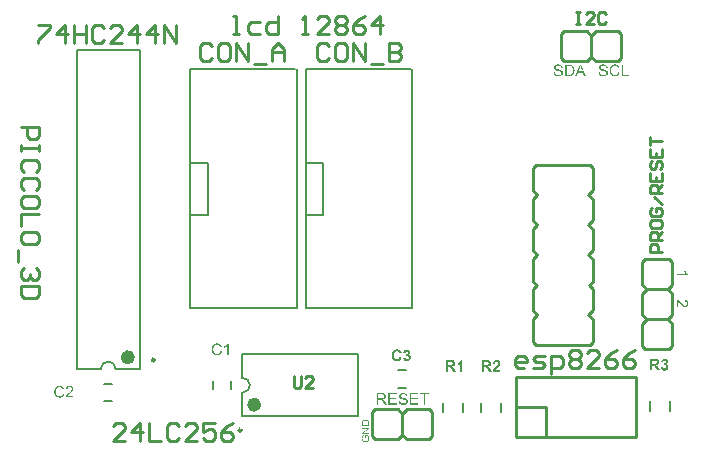
<source format=gto>
G04 Layer_Color=15132400*
%FSLAX42Y42*%
%MOMM*%
G71*
G01*
G75*
%ADD30C,0.60*%
%ADD31C,0.25*%
%ADD32C,0.20*%
%ADD33C,0.25*%
%ADD34C,0.20*%
G36*
X2992Y252D02*
X2993D01*
X2995Y252D01*
X2997Y252D01*
X2999Y252D01*
X3001Y251D01*
X3003Y251D01*
X3003D01*
X3004Y251D01*
X3004Y251D01*
X3004Y250D01*
X3005Y250D01*
X3006Y250D01*
X3008Y249D01*
X3009Y248D01*
X3011Y247D01*
X3013Y246D01*
X3013Y246D01*
X3013Y246D01*
X3014Y245D01*
X3015Y245D01*
X3016Y244D01*
X3017Y243D01*
X3018Y242D01*
X3018Y240D01*
X3019Y240D01*
X3019Y240D01*
X3019Y239D01*
X3020Y238D01*
X3020Y237D01*
X3021Y236D01*
X3021Y234D01*
X3022Y233D01*
Y233D01*
Y233D01*
X3022Y232D01*
X3022Y232D01*
X3022Y231D01*
X3022Y230D01*
X3022Y228D01*
X3022Y227D01*
X3023Y225D01*
X3023Y223D01*
Y200D01*
X2959D01*
Y222D01*
Y222D01*
Y222D01*
Y222D01*
Y223D01*
Y223D01*
Y224D01*
X2959Y226D01*
X2959Y228D01*
X2959Y230D01*
X2959Y231D01*
X2960Y233D01*
Y233D01*
X2960Y233D01*
Y234D01*
X2960Y234D01*
X2960Y235D01*
X2961Y236D01*
X2961Y238D01*
X2962Y239D01*
X2963Y241D01*
X2964Y242D01*
Y242D01*
X2964Y243D01*
X2965Y243D01*
X2965Y243D01*
X2966Y244D01*
X2967Y245D01*
X2969Y246D01*
X2971Y248D01*
X2973Y249D01*
X2975Y250D01*
X2975D01*
X2975Y250D01*
X2976Y250D01*
X2976Y250D01*
X2977Y250D01*
X2978Y251D01*
X2979Y251D01*
X2979Y251D01*
X2981Y251D01*
X2982Y252D01*
X2984Y252D01*
X2987Y252D01*
X2990Y252D01*
X2992D01*
X2992Y252D01*
D02*
G37*
G36*
X3023Y177D02*
X2972Y143D01*
X3023D01*
Y135D01*
X2959D01*
Y144D01*
X3009Y177D01*
X2959D01*
Y185D01*
X3023D01*
Y177D01*
D02*
G37*
G36*
X3014Y122D02*
X3014Y122D01*
X3014Y122D01*
X3015Y122D01*
X3015Y121D01*
X3015Y120D01*
X3016Y119D01*
X3017Y119D01*
X3018Y117D01*
X3019Y115D01*
X3020Y112D01*
X3021Y110D01*
Y110D01*
X3021Y109D01*
X3021Y109D01*
X3022Y109D01*
X3022Y108D01*
X3022Y107D01*
X3022Y106D01*
X3022Y105D01*
X3023Y103D01*
X3023Y101D01*
X3024Y99D01*
X3024Y96D01*
Y96D01*
Y96D01*
Y95D01*
X3024Y94D01*
Y94D01*
X3023Y93D01*
X3023Y92D01*
X3023Y90D01*
X3023Y88D01*
X3022Y85D01*
X3021Y82D01*
X3020Y79D01*
X3020Y79D01*
X3019Y79D01*
X3019Y78D01*
X3019Y78D01*
X3019Y77D01*
X3018Y76D01*
X3017Y75D01*
X3015Y73D01*
X3013Y71D01*
X3011Y69D01*
X3008Y67D01*
X3008D01*
X3008Y67D01*
X3007Y67D01*
X3007Y67D01*
X3006Y67D01*
X3005Y66D01*
X3004Y66D01*
X3003Y65D01*
X3002Y65D01*
X3000Y65D01*
X2998Y64D01*
X2994Y64D01*
X2991Y63D01*
X2990D01*
X2989Y64D01*
X2988D01*
X2988Y64D01*
X2987Y64D01*
X2985Y64D01*
X2983Y64D01*
X2980Y65D01*
X2977Y66D01*
X2973Y67D01*
X2973Y67D01*
X2973Y68D01*
X2973Y68D01*
X2972Y68D01*
X2971Y69D01*
X2971Y69D01*
X2969Y70D01*
X2967Y72D01*
X2965Y74D01*
X2963Y76D01*
X2962Y77D01*
X2962Y79D01*
X2961Y79D01*
X2961Y79D01*
X2961Y79D01*
X2961Y80D01*
X2961Y81D01*
X2960Y81D01*
X2960Y82D01*
X2960Y83D01*
X2959Y85D01*
X2959Y86D01*
X2958Y87D01*
X2958Y89D01*
X2958Y92D01*
X2958Y95D01*
Y96D01*
Y96D01*
Y96D01*
Y97D01*
X2958Y97D01*
Y98D01*
X2958Y100D01*
X2958Y101D01*
X2958Y104D01*
X2959Y106D01*
X2960Y108D01*
Y108D01*
X2960Y108D01*
X2960Y109D01*
X2960Y109D01*
X2961Y110D01*
X2961Y111D01*
X2962Y113D01*
X2963Y114D01*
X2965Y115D01*
X2966Y117D01*
X2966Y117D01*
X2967Y117D01*
X2968Y118D01*
X2969Y119D01*
X2970Y119D01*
X2972Y120D01*
X2974Y121D01*
X2977Y122D01*
X2979Y114D01*
X2979D01*
X2979Y114D01*
X2978Y114D01*
X2977Y113D01*
X2976Y113D01*
X2975Y112D01*
X2973Y112D01*
X2972Y111D01*
X2971Y110D01*
X2971Y110D01*
X2971Y110D01*
X2970Y109D01*
X2969Y109D01*
X2969Y108D01*
X2968Y107D01*
X2967Y106D01*
X2966Y104D01*
X2966Y104D01*
X2966Y104D01*
X2966Y103D01*
X2966Y102D01*
X2965Y100D01*
X2965Y99D01*
X2965Y97D01*
X2965Y96D01*
Y95D01*
Y95D01*
Y95D01*
Y95D01*
X2965Y93D01*
X2965Y92D01*
X2965Y90D01*
X2966Y89D01*
X2966Y87D01*
X2967Y85D01*
X2967Y85D01*
X2967Y85D01*
X2967Y84D01*
X2968Y83D01*
X2969Y82D01*
X2969Y81D01*
X2970Y80D01*
X2971Y79D01*
X2971Y79D01*
X2972Y78D01*
X2972Y78D01*
X2973Y77D01*
X2974Y77D01*
X2975Y76D01*
X2976Y75D01*
X2978Y75D01*
X2978D01*
X2978Y75D01*
X2978Y74D01*
X2979Y74D01*
X2979Y74D01*
X2980Y74D01*
X2981Y74D01*
X2981Y73D01*
X2983Y73D01*
X2986Y73D01*
X2988Y72D01*
X2990Y72D01*
X2991D01*
X2992Y72D01*
X2993D01*
X2994Y72D01*
X2994Y73D01*
X2996Y73D01*
X2998Y73D01*
X3000Y73D01*
X3003Y74D01*
X3005Y75D01*
X3005D01*
X3005Y75D01*
X3005Y75D01*
X3006Y76D01*
X3007Y76D01*
X3008Y77D01*
X3009Y79D01*
X3011Y80D01*
X3012Y82D01*
X3013Y84D01*
Y84D01*
X3013Y84D01*
X3014Y84D01*
X3014Y85D01*
X3014Y85D01*
X3014Y86D01*
X3015Y87D01*
X3015Y89D01*
X3016Y91D01*
X3016Y93D01*
X3016Y96D01*
Y96D01*
Y96D01*
Y96D01*
Y97D01*
X3016Y97D01*
Y98D01*
X3016Y99D01*
X3016Y101D01*
X3015Y102D01*
X3015Y104D01*
X3014Y106D01*
Y106D01*
X3014Y107D01*
X3014Y107D01*
X3014Y107D01*
X3013Y108D01*
X3013Y109D01*
X3012Y111D01*
X3011Y112D01*
X3010Y113D01*
X3009Y114D01*
X2998D01*
Y96D01*
X2990D01*
Y123D01*
X3014D01*
X3014Y122D01*
D02*
G37*
G36*
X5443Y768D02*
X5444D01*
X5446Y768D01*
X5448D01*
X5451Y768D01*
X5455Y767D01*
X5459Y767D01*
X5460Y766D01*
X5462Y766D01*
X5462D01*
X5462Y766D01*
X5463Y765D01*
X5464Y765D01*
X5466Y764D01*
X5468Y762D01*
X5469Y761D01*
X5471Y759D01*
X5473Y756D01*
X5473Y756D01*
X5474Y755D01*
X5474Y754D01*
X5475Y752D01*
X5476Y750D01*
X5477Y747D01*
X5477Y744D01*
X5477Y741D01*
Y741D01*
Y741D01*
Y740D01*
X5477Y739D01*
Y738D01*
X5477Y737D01*
X5476Y735D01*
X5476Y732D01*
X5475Y729D01*
X5473Y726D01*
X5472Y724D01*
X5471Y723D01*
Y723D01*
X5470Y723D01*
X5470Y722D01*
X5470Y722D01*
X5469Y721D01*
X5468Y721D01*
X5467Y720D01*
X5466Y719D01*
X5465Y718D01*
X5463Y718D01*
X5462Y717D01*
X5460Y716D01*
X5458Y715D01*
X5456Y715D01*
X5454Y714D01*
X5452Y714D01*
X5452D01*
X5452Y714D01*
X5453Y713D01*
X5454Y713D01*
X5455Y712D01*
X5457Y710D01*
X5459Y709D01*
X5460Y707D01*
X5462Y706D01*
X5462Y706D01*
X5463Y705D01*
X5464Y704D01*
X5465Y702D01*
X5467Y700D01*
X5468Y699D01*
X5469Y697D01*
X5470Y696D01*
X5471Y694D01*
X5472Y692D01*
X5473Y690D01*
X5485Y671D01*
X5462D01*
X5447Y692D01*
X5447Y692D01*
X5447Y693D01*
X5447Y693D01*
X5446Y694D01*
X5446Y695D01*
X5445Y696D01*
X5443Y698D01*
X5442Y701D01*
X5440Y703D01*
X5438Y705D01*
X5438Y706D01*
X5437Y706D01*
X5437Y707D01*
X5437Y707D01*
X5436Y707D01*
X5435Y708D01*
X5434Y709D01*
X5433Y709D01*
X5432Y710D01*
X5431Y710D01*
X5431D01*
X5430Y711D01*
X5430Y711D01*
X5429Y711D01*
X5427Y711D01*
X5425Y712D01*
X5423Y712D01*
X5417D01*
Y671D01*
X5397D01*
Y769D01*
X5441D01*
X5443Y768D01*
D02*
G37*
G36*
X4104Y758D02*
X4105Y758D01*
X4107Y758D01*
X4108Y758D01*
X4110Y757D01*
X4113Y757D01*
X4117Y755D01*
X4119Y754D01*
X4121Y753D01*
X4123Y752D01*
X4124Y751D01*
X4124Y750D01*
X4125Y750D01*
X4125Y750D01*
X4126Y749D01*
X4126Y748D01*
X4127Y748D01*
X4128Y746D01*
X4128Y745D01*
X4130Y742D01*
X4131Y739D01*
X4132Y737D01*
X4132Y735D01*
X4132Y733D01*
X4133Y731D01*
Y731D01*
Y730D01*
X4132Y729D01*
X4132Y727D01*
X4132Y725D01*
X4132Y723D01*
X4131Y721D01*
X4130Y719D01*
X4130Y718D01*
X4130Y718D01*
X4129Y717D01*
X4128Y715D01*
X4127Y713D01*
X4126Y711D01*
X4124Y709D01*
X4123Y706D01*
X4122Y706D01*
X4122Y705D01*
X4121Y704D01*
X4120Y703D01*
X4118Y701D01*
X4116Y699D01*
X4113Y697D01*
X4110Y694D01*
X4110Y694D01*
X4110Y693D01*
X4109Y693D01*
X4109Y692D01*
X4107Y691D01*
X4105Y689D01*
X4104Y688D01*
X4102Y686D01*
X4100Y684D01*
X4100Y683D01*
X4099Y683D01*
X4099Y683D01*
X4099Y682D01*
X4098Y682D01*
X4098Y681D01*
X4096Y680D01*
X4095Y678D01*
X4133D01*
Y660D01*
X4067D01*
Y661D01*
Y661D01*
X4067Y661D01*
X4067Y662D01*
X4067Y663D01*
X4067Y664D01*
X4068Y666D01*
X4069Y669D01*
X4070Y672D01*
X4072Y676D01*
X4073Y679D01*
Y679D01*
X4074Y679D01*
X4074Y680D01*
X4074Y681D01*
X4075Y681D01*
X4076Y683D01*
X4077Y684D01*
X4078Y685D01*
X4079Y687D01*
X4081Y689D01*
X4083Y691D01*
X4084Y693D01*
X4087Y695D01*
X4089Y697D01*
X4092Y700D01*
X4094Y702D01*
X4094Y703D01*
X4095Y703D01*
X4095Y704D01*
X4096Y704D01*
X4097Y705D01*
X4099Y706D01*
X4101Y709D01*
X4104Y711D01*
X4106Y714D01*
X4108Y715D01*
X4109Y717D01*
X4109Y718D01*
X4110Y718D01*
X4110Y719D01*
X4111Y719D01*
X4111Y721D01*
X4112Y722D01*
X4113Y724D01*
X4113Y726D01*
X4114Y728D01*
X4114Y730D01*
Y730D01*
Y730D01*
Y731D01*
X4114Y732D01*
X4113Y733D01*
X4113Y735D01*
X4112Y737D01*
X4112Y738D01*
X4110Y739D01*
X4110Y740D01*
X4110Y740D01*
X4109Y741D01*
X4108Y741D01*
X4107Y742D01*
X4105Y742D01*
X4103Y743D01*
X4101Y743D01*
X4100D01*
X4099Y743D01*
X4098Y742D01*
X4096Y742D01*
X4095Y741D01*
X4093Y740D01*
X4092Y739D01*
X4092Y739D01*
X4091Y739D01*
X4091Y738D01*
X4090Y737D01*
X4089Y735D01*
X4089Y733D01*
X4088Y731D01*
X4088Y728D01*
X4069Y729D01*
Y730D01*
X4069Y730D01*
Y731D01*
X4070Y732D01*
X4070Y733D01*
X4070Y735D01*
X4071Y736D01*
X4071Y738D01*
X4072Y742D01*
X4074Y745D01*
X4075Y747D01*
X4076Y749D01*
X4078Y750D01*
X4079Y752D01*
X4080Y752D01*
X4080Y752D01*
X4080Y752D01*
X4081Y753D01*
X4082Y753D01*
X4083Y754D01*
X4084Y754D01*
X4085Y755D01*
X4087Y756D01*
X4089Y756D01*
X4092Y757D01*
X4097Y758D01*
X4099Y758D01*
X4103D01*
X4104Y758D01*
D02*
G37*
G36*
X4020Y758D02*
X4022D01*
X4023Y758D01*
X4025D01*
X4029Y757D01*
X4033Y757D01*
X4036Y756D01*
X4038Y756D01*
X4039Y755D01*
X4039D01*
X4039Y755D01*
X4040Y755D01*
X4042Y754D01*
X4043Y753D01*
X4045Y752D01*
X4047Y750D01*
X4049Y748D01*
X4051Y746D01*
X4051Y746D01*
X4051Y745D01*
X4052Y743D01*
X4053Y742D01*
X4054Y739D01*
X4054Y737D01*
X4055Y734D01*
X4055Y731D01*
Y730D01*
Y730D01*
Y730D01*
X4055Y729D01*
Y728D01*
X4055Y727D01*
X4054Y724D01*
X4053Y721D01*
X4052Y718D01*
X4051Y715D01*
X4050Y714D01*
X4048Y712D01*
Y712D01*
X4048Y712D01*
X4048Y712D01*
X4047Y711D01*
X4046Y711D01*
X4046Y710D01*
X4045Y709D01*
X4044Y709D01*
X4042Y708D01*
X4041Y707D01*
X4039Y706D01*
X4038Y706D01*
X4036Y705D01*
X4034Y704D01*
X4032Y704D01*
X4029Y703D01*
X4029D01*
X4029Y703D01*
X4030Y703D01*
X4031Y702D01*
X4033Y701D01*
X4035Y700D01*
X4036Y698D01*
X4038Y697D01*
X4040Y695D01*
X4040Y695D01*
X4040Y694D01*
X4041Y693D01*
X4043Y692D01*
X4044Y689D01*
X4045Y688D01*
X4046Y687D01*
X4047Y685D01*
X4048Y683D01*
X4050Y681D01*
X4051Y679D01*
X4063Y660D01*
X4039D01*
X4025Y682D01*
X4025Y682D01*
X4025Y682D01*
X4024Y683D01*
X4024Y683D01*
X4023Y684D01*
X4023Y685D01*
X4021Y688D01*
X4019Y690D01*
X4017Y692D01*
X4016Y694D01*
X4015Y695D01*
X4015Y696D01*
X4014Y696D01*
X4014Y696D01*
X4014Y697D01*
X4013Y698D01*
X4012Y698D01*
X4011Y699D01*
X4010Y700D01*
X4009Y700D01*
X4008D01*
X4008Y700D01*
X4007Y700D01*
X4006Y701D01*
X4005Y701D01*
X4003Y701D01*
X4001Y701D01*
X3995D01*
Y660D01*
X3975D01*
Y758D01*
X4019D01*
X4020Y758D01*
D02*
G37*
G36*
X5525Y769D02*
X5526Y769D01*
X5527Y769D01*
X5529Y768D01*
X5530Y768D01*
X5534Y767D01*
X5536Y766D01*
X5538Y765D01*
X5540Y764D01*
X5541Y763D01*
X5543Y762D01*
X5545Y760D01*
X5545Y760D01*
X5545Y760D01*
X5545Y759D01*
X5546Y759D01*
X5547Y757D01*
X5548Y755D01*
X5549Y753D01*
X5551Y750D01*
X5551Y747D01*
X5552Y746D01*
X5552Y744D01*
Y744D01*
Y743D01*
X5552Y743D01*
Y742D01*
X5551Y741D01*
X5551Y739D01*
X5551Y738D01*
X5550Y736D01*
X5549Y735D01*
X5548Y733D01*
X5547Y731D01*
X5546Y730D01*
X5544Y728D01*
X5542Y726D01*
X5540Y725D01*
X5538Y723D01*
X5538D01*
X5538Y723D01*
X5538D01*
X5539Y723D01*
X5541Y722D01*
X5542Y722D01*
X5545Y721D01*
X5547Y719D01*
X5549Y717D01*
X5551Y715D01*
X5551Y715D01*
X5552Y714D01*
X5553Y713D01*
X5554Y711D01*
X5554Y709D01*
X5555Y706D01*
X5556Y703D01*
X5556Y700D01*
Y700D01*
Y700D01*
Y699D01*
X5556Y698D01*
X5556Y697D01*
X5556Y696D01*
X5555Y694D01*
X5555Y693D01*
X5554Y689D01*
X5553Y687D01*
X5552Y686D01*
X5551Y684D01*
X5550Y682D01*
X5548Y680D01*
X5547Y678D01*
X5546Y678D01*
X5546Y678D01*
X5546Y677D01*
X5545Y677D01*
X5544Y676D01*
X5543Y675D01*
X5542Y675D01*
X5540Y674D01*
X5538Y673D01*
X5537Y672D01*
X5535Y671D01*
X5533Y671D01*
X5530Y670D01*
X5528Y670D01*
X5526Y669D01*
X5523Y669D01*
X5522D01*
X5521Y669D01*
X5520Y670D01*
X5518Y670D01*
X5517Y670D01*
X5515Y670D01*
X5512Y671D01*
X5508Y672D01*
X5506Y673D01*
X5505Y674D01*
X5503Y676D01*
X5501Y677D01*
X5501Y677D01*
X5501Y677D01*
X5500Y678D01*
X5500Y678D01*
X5499Y679D01*
X5498Y680D01*
X5497Y681D01*
X5497Y682D01*
X5495Y685D01*
X5493Y688D01*
X5492Y692D01*
X5491Y695D01*
X5491Y697D01*
X5509Y699D01*
Y699D01*
Y699D01*
X5509Y698D01*
X5510Y697D01*
X5510Y695D01*
X5511Y693D01*
X5511Y692D01*
X5513Y690D01*
X5514Y688D01*
X5514Y688D01*
X5515Y688D01*
X5515Y687D01*
X5516Y687D01*
X5518Y686D01*
X5519Y685D01*
X5521Y685D01*
X5523Y685D01*
X5523D01*
X5524Y685D01*
X5525Y685D01*
X5526Y685D01*
X5528Y686D01*
X5530Y687D01*
X5531Y688D01*
X5533Y689D01*
X5533Y689D01*
X5533Y690D01*
X5534Y691D01*
X5535Y692D01*
X5536Y694D01*
X5536Y696D01*
X5537Y698D01*
X5537Y701D01*
Y701D01*
Y701D01*
Y702D01*
X5537Y703D01*
X5536Y705D01*
X5536Y707D01*
X5535Y709D01*
X5534Y710D01*
X5533Y712D01*
X5533Y712D01*
X5532Y713D01*
X5532Y713D01*
X5530Y714D01*
X5529Y715D01*
X5527Y716D01*
X5526Y716D01*
X5524Y716D01*
X5522D01*
X5521Y716D01*
X5520Y716D01*
X5519Y716D01*
X5517Y715D01*
X5515Y715D01*
X5517Y730D01*
X5518D01*
X5520Y730D01*
X5522Y730D01*
X5523Y731D01*
X5525Y731D01*
X5527Y732D01*
X5529Y733D01*
X5529Y733D01*
X5529Y734D01*
X5530Y735D01*
X5531Y736D01*
X5532Y737D01*
X5532Y739D01*
X5533Y741D01*
X5533Y743D01*
Y743D01*
Y743D01*
X5533Y744D01*
X5533Y745D01*
X5532Y747D01*
X5532Y748D01*
X5531Y749D01*
X5530Y750D01*
X5530Y751D01*
X5529Y751D01*
X5529Y751D01*
X5528Y752D01*
X5527Y752D01*
X5525Y753D01*
X5524Y753D01*
X5522Y753D01*
X5521D01*
X5520Y753D01*
X5519Y753D01*
X5518Y753D01*
X5517Y752D01*
X5515Y751D01*
X5514Y750D01*
X5514Y750D01*
X5513Y750D01*
X5513Y749D01*
X5512Y748D01*
X5511Y746D01*
X5511Y745D01*
X5510Y743D01*
X5510Y740D01*
X5492Y743D01*
Y743D01*
X5493Y744D01*
Y744D01*
X5493Y745D01*
X5493Y746D01*
X5494Y748D01*
X5495Y751D01*
X5496Y753D01*
X5497Y755D01*
X5498Y757D01*
X5498Y758D01*
X5499Y758D01*
X5499Y759D01*
X5500Y761D01*
X5502Y762D01*
X5504Y763D01*
X5506Y765D01*
X5508Y766D01*
X5508D01*
X5508Y766D01*
X5509Y766D01*
X5510Y767D01*
X5512Y767D01*
X5514Y768D01*
X5517Y769D01*
X5520Y769D01*
X5523Y769D01*
X5524D01*
X5525Y769D01*
D02*
G37*
G36*
X5629Y1270D02*
X5630Y1270D01*
X5631Y1269D01*
X5633Y1269D01*
X5634Y1269D01*
X5635D01*
X5635Y1268D01*
X5636Y1268D01*
X5637Y1268D01*
X5638Y1267D01*
X5640Y1266D01*
X5643Y1264D01*
X5645Y1263D01*
X5647Y1261D01*
X5647D01*
X5648Y1260D01*
X5648Y1260D01*
X5650Y1258D01*
X5651Y1257D01*
X5654Y1254D01*
X5656Y1252D01*
X5659Y1249D01*
X5662Y1245D01*
X5662Y1245D01*
X5663Y1244D01*
X5663Y1243D01*
X5664Y1242D01*
X5665Y1241D01*
X5667Y1240D01*
X5670Y1236D01*
X5673Y1233D01*
X5676Y1229D01*
X5678Y1228D01*
X5680Y1226D01*
X5681Y1225D01*
X5683Y1223D01*
X5683D01*
X5683Y1223D01*
X5683Y1223D01*
X5684Y1223D01*
X5685Y1222D01*
X5687Y1221D01*
X5690Y1220D01*
X5692Y1219D01*
X5695Y1218D01*
X5697Y1218D01*
X5697D01*
X5698Y1218D01*
X5700Y1218D01*
X5701Y1218D01*
X5703Y1219D01*
X5705Y1220D01*
X5707Y1221D01*
X5709Y1223D01*
X5709Y1223D01*
X5710Y1224D01*
X5711Y1225D01*
X5712Y1226D01*
X5713Y1229D01*
X5713Y1231D01*
X5714Y1233D01*
X5714Y1236D01*
Y1236D01*
Y1237D01*
Y1237D01*
X5714Y1238D01*
X5714Y1239D01*
X5713Y1241D01*
X5713Y1243D01*
X5712Y1246D01*
X5711Y1248D01*
X5709Y1250D01*
X5708Y1250D01*
X5708Y1251D01*
X5707Y1252D01*
X5705Y1253D01*
X5703Y1254D01*
X5701Y1254D01*
X5698Y1255D01*
X5694Y1255D01*
X5696Y1268D01*
X5696D01*
X5697Y1267D01*
X5698Y1267D01*
X5699Y1267D01*
X5701Y1267D01*
X5704Y1266D01*
X5707Y1265D01*
X5710Y1263D01*
X5712Y1262D01*
X5714Y1261D01*
X5715Y1260D01*
X5717Y1258D01*
X5717Y1258D01*
X5717Y1258D01*
X5717Y1257D01*
X5718Y1257D01*
X5718Y1256D01*
X5719Y1255D01*
X5720Y1254D01*
X5720Y1252D01*
X5721Y1251D01*
X5722Y1249D01*
X5722Y1247D01*
X5723Y1245D01*
X5723Y1243D01*
X5724Y1241D01*
X5724Y1239D01*
X5724Y1236D01*
Y1236D01*
Y1235D01*
Y1235D01*
X5724Y1234D01*
X5724Y1232D01*
X5724Y1231D01*
X5723Y1230D01*
X5723Y1228D01*
X5722Y1224D01*
X5721Y1221D01*
X5720Y1219D01*
X5719Y1217D01*
X5718Y1215D01*
X5716Y1214D01*
X5716Y1214D01*
X5716Y1213D01*
X5715Y1213D01*
X5715Y1212D01*
X5714Y1212D01*
X5713Y1211D01*
X5712Y1210D01*
X5711Y1210D01*
X5708Y1208D01*
X5705Y1207D01*
X5703Y1206D01*
X5701Y1206D01*
X5699Y1206D01*
X5697Y1205D01*
X5696D01*
X5695Y1206D01*
X5693Y1206D01*
X5691Y1206D01*
X5689Y1206D01*
X5687Y1207D01*
X5685Y1208D01*
X5685Y1208D01*
X5684Y1208D01*
X5683Y1209D01*
X5682Y1210D01*
X5680Y1211D01*
X5678Y1212D01*
X5676Y1214D01*
X5673Y1216D01*
X5673Y1216D01*
X5672Y1217D01*
X5672Y1217D01*
X5671Y1218D01*
X5670Y1219D01*
X5669Y1220D01*
X5668Y1221D01*
X5666Y1223D01*
X5665Y1224D01*
X5664Y1226D01*
X5662Y1228D01*
X5660Y1230D01*
X5658Y1232D01*
X5656Y1234D01*
X5656Y1234D01*
X5656Y1235D01*
X5655Y1235D01*
X5655Y1236D01*
X5653Y1238D01*
X5651Y1240D01*
X5649Y1242D01*
X5647Y1245D01*
X5645Y1247D01*
X5645Y1247D01*
X5644Y1248D01*
X5644Y1248D01*
X5643Y1249D01*
X5643Y1249D01*
X5642Y1250D01*
X5641Y1251D01*
X5640Y1252D01*
X5638Y1253D01*
Y1205D01*
X5626D01*
Y1270D01*
X5628D01*
X5629Y1270D01*
D02*
G37*
G36*
X4625Y3262D02*
X4626D01*
X4629Y3261D01*
X4632Y3261D01*
X4635Y3260D01*
X4639Y3259D01*
X4642Y3258D01*
X4642D01*
X4642Y3258D01*
X4643Y3258D01*
X4643Y3257D01*
X4645Y3257D01*
X4646Y3255D01*
X4649Y3254D01*
X4651Y3252D01*
X4653Y3250D01*
X4654Y3248D01*
X4655Y3247D01*
X4655Y3247D01*
X4656Y3245D01*
X4657Y3243D01*
X4658Y3241D01*
X4658Y3238D01*
X4659Y3236D01*
X4659Y3232D01*
X4647Y3232D01*
Y3232D01*
Y3232D01*
X4647Y3232D01*
X4647Y3233D01*
X4646Y3235D01*
X4646Y3237D01*
X4645Y3239D01*
X4644Y3241D01*
X4642Y3244D01*
X4640Y3245D01*
X4640Y3246D01*
X4639Y3246D01*
X4638Y3247D01*
X4636Y3248D01*
X4634Y3249D01*
X4631Y3249D01*
X4627Y3250D01*
X4623Y3250D01*
X4621D01*
X4620Y3250D01*
X4619Y3250D01*
X4617Y3250D01*
X4614Y3249D01*
X4611Y3248D01*
X4608Y3247D01*
X4607Y3247D01*
X4606Y3246D01*
X4606Y3246D01*
X4605Y3245D01*
X4604Y3244D01*
X4604Y3243D01*
X4603Y3241D01*
X4602Y3240D01*
X4601Y3238D01*
X4601Y3235D01*
Y3235D01*
Y3235D01*
X4601Y3234D01*
X4601Y3232D01*
X4602Y3231D01*
X4602Y3230D01*
X4603Y3228D01*
X4605Y3227D01*
X4605Y3227D01*
X4605Y3226D01*
X4606Y3226D01*
X4607Y3226D01*
X4607Y3225D01*
X4608Y3225D01*
X4610Y3224D01*
X4611Y3224D01*
X4613Y3223D01*
X4614Y3222D01*
X4616Y3222D01*
X4619Y3221D01*
X4621Y3220D01*
X4624Y3220D01*
X4624D01*
X4625Y3220D01*
X4625Y3219D01*
X4627Y3219D01*
X4628Y3219D01*
X4629Y3218D01*
X4633Y3218D01*
X4636Y3217D01*
X4640Y3216D01*
X4641Y3215D01*
X4643Y3215D01*
X4644Y3214D01*
X4646Y3214D01*
X4646D01*
X4646Y3213D01*
X4646Y3213D01*
X4647Y3213D01*
X4649Y3212D01*
X4650Y3211D01*
X4652Y3209D01*
X4655Y3208D01*
X4656Y3206D01*
X4658Y3204D01*
X4658Y3203D01*
X4659Y3203D01*
X4660Y3201D01*
X4660Y3200D01*
X4661Y3198D01*
X4662Y3195D01*
X4662Y3193D01*
X4662Y3190D01*
Y3190D01*
Y3190D01*
Y3189D01*
Y3189D01*
X4662Y3187D01*
X4662Y3185D01*
X4661Y3183D01*
X4660Y3180D01*
X4659Y3178D01*
X4658Y3175D01*
Y3175D01*
X4658Y3175D01*
X4657Y3174D01*
X4656Y3173D01*
X4654Y3171D01*
X4653Y3170D01*
X4650Y3168D01*
X4648Y3166D01*
X4645Y3164D01*
X4645D01*
X4644Y3164D01*
X4644Y3164D01*
X4643Y3164D01*
X4643Y3164D01*
X4642Y3163D01*
X4640Y3163D01*
X4637Y3162D01*
X4634Y3161D01*
X4630Y3161D01*
X4626Y3161D01*
X4624D01*
X4623Y3161D01*
X4622D01*
X4620Y3161D01*
X4618Y3161D01*
X4615Y3162D01*
X4611Y3162D01*
X4607Y3163D01*
X4604Y3164D01*
X4604D01*
X4604Y3165D01*
X4603Y3165D01*
X4603Y3165D01*
X4601Y3166D01*
X4599Y3167D01*
X4597Y3169D01*
X4594Y3171D01*
X4592Y3173D01*
X4590Y3176D01*
Y3176D01*
X4590Y3176D01*
X4589Y3177D01*
X4589Y3178D01*
X4589Y3178D01*
X4588Y3179D01*
X4587Y3181D01*
X4586Y3184D01*
X4586Y3187D01*
X4585Y3190D01*
X4585Y3194D01*
X4597Y3195D01*
Y3195D01*
Y3194D01*
X4597Y3194D01*
X4597Y3192D01*
X4598Y3190D01*
X4598Y3189D01*
X4599Y3187D01*
X4600Y3184D01*
X4601Y3183D01*
X4601Y3182D01*
X4601Y3182D01*
X4602Y3181D01*
X4603Y3180D01*
X4605Y3179D01*
X4606Y3178D01*
X4608Y3176D01*
X4611Y3175D01*
X4611D01*
X4611Y3175D01*
X4612Y3175D01*
X4613Y3174D01*
X4615Y3174D01*
X4617Y3173D01*
X4620Y3173D01*
X4623Y3172D01*
X4626Y3172D01*
X4627D01*
X4628Y3172D01*
X4630Y3172D01*
X4632Y3173D01*
X4634Y3173D01*
X4636Y3174D01*
X4639Y3174D01*
X4639Y3174D01*
X4639Y3175D01*
X4640Y3175D01*
X4642Y3176D01*
X4643Y3177D01*
X4644Y3178D01*
X4646Y3179D01*
X4647Y3180D01*
X4647Y3180D01*
X4647Y3181D01*
X4648Y3182D01*
X4648Y3183D01*
X4649Y3184D01*
X4649Y3186D01*
X4650Y3187D01*
X4650Y3189D01*
Y3189D01*
Y3189D01*
X4650Y3190D01*
X4650Y3191D01*
X4649Y3193D01*
X4649Y3194D01*
X4648Y3195D01*
X4647Y3197D01*
X4647Y3197D01*
X4647Y3197D01*
X4646Y3198D01*
X4645Y3199D01*
X4644Y3200D01*
X4642Y3201D01*
X4641Y3202D01*
X4638Y3202D01*
X4638Y3203D01*
X4637Y3203D01*
X4636Y3203D01*
X4636Y3203D01*
X4635Y3204D01*
X4634Y3204D01*
X4632Y3204D01*
X4631Y3205D01*
X4629Y3205D01*
X4628Y3206D01*
X4626Y3206D01*
X4623Y3207D01*
X4621Y3207D01*
X4621D01*
X4620Y3207D01*
X4620Y3208D01*
X4619Y3208D01*
X4618Y3208D01*
X4616Y3208D01*
X4614Y3209D01*
X4610Y3210D01*
X4607Y3211D01*
X4604Y3212D01*
X4603Y3213D01*
X4602Y3213D01*
X4602D01*
X4602Y3213D01*
X4601Y3214D01*
X4600Y3215D01*
X4598Y3216D01*
X4596Y3217D01*
X4595Y3219D01*
X4593Y3220D01*
X4592Y3222D01*
X4592Y3223D01*
X4591Y3223D01*
X4591Y3225D01*
X4590Y3226D01*
X4589Y3228D01*
X4589Y3230D01*
X4588Y3232D01*
X4588Y3235D01*
Y3235D01*
Y3235D01*
Y3235D01*
Y3236D01*
X4589Y3237D01*
X4589Y3239D01*
X4589Y3241D01*
X4590Y3244D01*
X4591Y3246D01*
X4592Y3248D01*
Y3249D01*
X4593Y3249D01*
X4593Y3249D01*
X4594Y3251D01*
X4596Y3252D01*
X4597Y3254D01*
X4599Y3255D01*
X4602Y3257D01*
X4605Y3258D01*
X4605D01*
X4605Y3258D01*
X4606Y3259D01*
X4606Y3259D01*
X4607Y3259D01*
X4608Y3259D01*
X4610Y3260D01*
X4613Y3261D01*
X4616Y3261D01*
X4619Y3262D01*
X4623Y3262D01*
X4624D01*
X4625Y3262D01*
D02*
G37*
G36*
X4859Y3162D02*
X4844D01*
X4833Y3192D01*
X4792D01*
X4781Y3162D01*
X4768D01*
X4805Y3260D01*
X4819D01*
X4859Y3162D01*
D02*
G37*
G36*
X4720Y3260D02*
X4723Y3260D01*
X4726Y3259D01*
X4728Y3259D01*
X4731Y3258D01*
X4731D01*
X4731Y3258D01*
X4732D01*
X4732Y3258D01*
X4734Y3258D01*
X4736Y3257D01*
X4738Y3256D01*
X4740Y3255D01*
X4743Y3253D01*
X4745Y3251D01*
X4745D01*
X4746Y3251D01*
X4746Y3251D01*
X4747Y3250D01*
X4748Y3249D01*
X4750Y3247D01*
X4751Y3245D01*
X4753Y3242D01*
X4755Y3238D01*
X4757Y3235D01*
Y3235D01*
X4757Y3234D01*
X4757Y3234D01*
X4757Y3233D01*
X4758Y3232D01*
X4758Y3231D01*
X4758Y3230D01*
X4759Y3228D01*
X4759Y3226D01*
X4759Y3225D01*
X4760Y3221D01*
X4760Y3216D01*
X4761Y3212D01*
Y3211D01*
Y3211D01*
Y3211D01*
Y3210D01*
X4760Y3209D01*
Y3208D01*
X4760Y3205D01*
X4760Y3202D01*
X4759Y3199D01*
X4759Y3195D01*
X4758Y3192D01*
Y3192D01*
X4758Y3191D01*
X4758Y3191D01*
X4758Y3190D01*
X4757Y3189D01*
X4756Y3187D01*
X4755Y3185D01*
X4754Y3182D01*
X4753Y3180D01*
X4751Y3178D01*
X4751Y3177D01*
X4751Y3177D01*
X4750Y3176D01*
X4749Y3174D01*
X4747Y3173D01*
X4746Y3171D01*
X4744Y3170D01*
X4742Y3169D01*
X4742Y3169D01*
X4741Y3168D01*
X4740Y3168D01*
X4739Y3167D01*
X4737Y3166D01*
X4735Y3165D01*
X4733Y3165D01*
X4731Y3164D01*
X4730D01*
X4730Y3164D01*
X4730Y3164D01*
X4728Y3163D01*
X4726Y3163D01*
X4724Y3163D01*
X4721Y3163D01*
X4718Y3162D01*
X4715Y3162D01*
X4680D01*
Y3260D01*
X4717D01*
X4720Y3260D01*
D02*
G37*
G36*
X5172Y3174D02*
X5220D01*
Y3162D01*
X5159D01*
Y3260D01*
X5172D01*
Y3174D01*
D02*
G37*
G36*
X5699Y1511D02*
X5700Y1511D01*
X5700Y1510D01*
X5700Y1510D01*
X5701Y1509D01*
X5701Y1508D01*
X5703Y1505D01*
X5704Y1503D01*
X5706Y1500D01*
X5708Y1497D01*
X5711Y1494D01*
X5711Y1494D01*
X5711Y1494D01*
X5712Y1493D01*
X5713Y1491D01*
X5715Y1490D01*
X5717Y1488D01*
X5719Y1486D01*
X5722Y1484D01*
X5724Y1483D01*
Y1475D01*
X5626D01*
Y1487D01*
X5702D01*
X5702Y1488D01*
X5702Y1488D01*
X5701Y1489D01*
X5700Y1490D01*
X5698Y1492D01*
X5697Y1494D01*
X5696Y1496D01*
X5694Y1499D01*
Y1499D01*
X5694Y1499D01*
X5693Y1500D01*
X5693Y1501D01*
X5692Y1503D01*
X5691Y1505D01*
X5690Y1507D01*
X5689Y1509D01*
X5688Y1511D01*
X5699D01*
Y1511D01*
D02*
G37*
G36*
X5006Y3262D02*
X5007D01*
X5010Y3261D01*
X5013Y3261D01*
X5016Y3260D01*
X5020Y3259D01*
X5023Y3258D01*
X5023D01*
X5023Y3258D01*
X5024Y3258D01*
X5024Y3257D01*
X5026Y3257D01*
X5027Y3255D01*
X5030Y3254D01*
X5032Y3252D01*
X5034Y3250D01*
X5035Y3248D01*
X5036Y3247D01*
X5036Y3247D01*
X5037Y3245D01*
X5038Y3243D01*
X5039Y3241D01*
X5039Y3238D01*
X5040Y3236D01*
X5040Y3232D01*
X5028Y3232D01*
Y3232D01*
Y3232D01*
X5028Y3232D01*
X5028Y3233D01*
X5027Y3235D01*
X5027Y3237D01*
X5026Y3239D01*
X5025Y3241D01*
X5023Y3244D01*
X5021Y3245D01*
X5021Y3246D01*
X5020Y3246D01*
X5019Y3247D01*
X5017Y3248D01*
X5015Y3249D01*
X5012Y3249D01*
X5008Y3250D01*
X5004Y3250D01*
X5002D01*
X5001Y3250D01*
X5000Y3250D01*
X4998Y3250D01*
X4995Y3249D01*
X4992Y3248D01*
X4989Y3247D01*
X4988Y3247D01*
X4987Y3246D01*
X4987Y3246D01*
X4986Y3245D01*
X4985Y3244D01*
X4985Y3243D01*
X4984Y3241D01*
X4983Y3240D01*
X4982Y3238D01*
X4982Y3235D01*
Y3235D01*
Y3235D01*
X4982Y3234D01*
X4982Y3232D01*
X4983Y3231D01*
X4983Y3230D01*
X4984Y3228D01*
X4986Y3227D01*
X4986Y3227D01*
X4986Y3226D01*
X4987Y3226D01*
X4988Y3226D01*
X4988Y3225D01*
X4989Y3225D01*
X4991Y3224D01*
X4992Y3224D01*
X4994Y3223D01*
X4995Y3222D01*
X4997Y3222D01*
X5000Y3221D01*
X5002Y3220D01*
X5005Y3220D01*
X5005D01*
X5006Y3220D01*
X5006Y3219D01*
X5008Y3219D01*
X5009Y3219D01*
X5010Y3218D01*
X5014Y3218D01*
X5017Y3217D01*
X5021Y3216D01*
X5022Y3215D01*
X5024Y3215D01*
X5025Y3214D01*
X5027Y3214D01*
X5027D01*
X5027Y3213D01*
X5027Y3213D01*
X5028Y3213D01*
X5030Y3212D01*
X5031Y3211D01*
X5033Y3209D01*
X5036Y3208D01*
X5037Y3206D01*
X5039Y3204D01*
X5039Y3203D01*
X5040Y3203D01*
X5041Y3201D01*
X5041Y3200D01*
X5042Y3198D01*
X5043Y3195D01*
X5043Y3193D01*
X5043Y3190D01*
Y3190D01*
Y3190D01*
Y3189D01*
Y3189D01*
X5043Y3187D01*
X5043Y3185D01*
X5042Y3183D01*
X5041Y3180D01*
X5040Y3178D01*
X5039Y3175D01*
Y3175D01*
X5039Y3175D01*
X5038Y3174D01*
X5037Y3173D01*
X5035Y3171D01*
X5034Y3170D01*
X5031Y3168D01*
X5029Y3166D01*
X5026Y3164D01*
X5026D01*
X5025Y3164D01*
X5025Y3164D01*
X5024Y3164D01*
X5024Y3164D01*
X5023Y3163D01*
X5021Y3163D01*
X5018Y3162D01*
X5015Y3161D01*
X5011Y3161D01*
X5007Y3161D01*
X5005D01*
X5004Y3161D01*
X5003D01*
X5001Y3161D01*
X4999Y3161D01*
X4996Y3162D01*
X4992Y3162D01*
X4988Y3163D01*
X4985Y3164D01*
X4985D01*
X4985Y3165D01*
X4984Y3165D01*
X4984Y3165D01*
X4982Y3166D01*
X4980Y3167D01*
X4978Y3169D01*
X4975Y3171D01*
X4973Y3173D01*
X4971Y3176D01*
Y3176D01*
X4971Y3176D01*
X4970Y3177D01*
X4970Y3178D01*
X4970Y3178D01*
X4969Y3179D01*
X4968Y3181D01*
X4967Y3184D01*
X4967Y3187D01*
X4966Y3190D01*
X4966Y3194D01*
X4978Y3195D01*
Y3195D01*
Y3194D01*
X4978Y3194D01*
X4978Y3192D01*
X4979Y3190D01*
X4979Y3189D01*
X4980Y3187D01*
X4981Y3184D01*
X4982Y3183D01*
X4982Y3182D01*
X4982Y3182D01*
X4983Y3181D01*
X4984Y3180D01*
X4986Y3179D01*
X4987Y3178D01*
X4989Y3176D01*
X4992Y3175D01*
X4992D01*
X4992Y3175D01*
X4993Y3175D01*
X4994Y3174D01*
X4996Y3174D01*
X4998Y3173D01*
X5001Y3173D01*
X5004Y3172D01*
X5007Y3172D01*
X5008D01*
X5009Y3172D01*
X5011Y3172D01*
X5013Y3173D01*
X5015Y3173D01*
X5017Y3174D01*
X5020Y3174D01*
X5020Y3174D01*
X5020Y3175D01*
X5021Y3175D01*
X5023Y3176D01*
X5024Y3177D01*
X5025Y3178D01*
X5027Y3179D01*
X5028Y3180D01*
X5028Y3180D01*
X5028Y3181D01*
X5029Y3182D01*
X5029Y3183D01*
X5030Y3184D01*
X5030Y3186D01*
X5031Y3187D01*
X5031Y3189D01*
Y3189D01*
Y3189D01*
X5031Y3190D01*
X5031Y3191D01*
X5030Y3193D01*
X5030Y3194D01*
X5029Y3195D01*
X5028Y3197D01*
X5028Y3197D01*
X5028Y3197D01*
X5027Y3198D01*
X5026Y3199D01*
X5025Y3200D01*
X5023Y3201D01*
X5022Y3202D01*
X5019Y3202D01*
X5019Y3203D01*
X5018Y3203D01*
X5017Y3203D01*
X5017Y3203D01*
X5016Y3204D01*
X5015Y3204D01*
X5013Y3204D01*
X5012Y3205D01*
X5010Y3205D01*
X5009Y3206D01*
X5007Y3206D01*
X5004Y3207D01*
X5002Y3207D01*
X5002D01*
X5001Y3207D01*
X5001Y3208D01*
X5000Y3208D01*
X4999Y3208D01*
X4997Y3208D01*
X4995Y3209D01*
X4991Y3210D01*
X4988Y3211D01*
X4985Y3212D01*
X4984Y3213D01*
X4983Y3213D01*
X4983D01*
X4983Y3213D01*
X4982Y3214D01*
X4981Y3215D01*
X4979Y3216D01*
X4977Y3217D01*
X4976Y3219D01*
X4974Y3220D01*
X4973Y3222D01*
X4973Y3223D01*
X4972Y3223D01*
X4972Y3225D01*
X4971Y3226D01*
X4970Y3228D01*
X4970Y3230D01*
X4969Y3232D01*
X4969Y3235D01*
Y3235D01*
Y3235D01*
Y3235D01*
Y3236D01*
X4970Y3237D01*
X4970Y3239D01*
X4970Y3241D01*
X4971Y3244D01*
X4972Y3246D01*
X4973Y3248D01*
Y3249D01*
X4974Y3249D01*
X4974Y3249D01*
X4975Y3251D01*
X4977Y3252D01*
X4978Y3254D01*
X4980Y3255D01*
X4983Y3257D01*
X4986Y3258D01*
X4986D01*
X4986Y3258D01*
X4987Y3259D01*
X4987Y3259D01*
X4988Y3259D01*
X4989Y3259D01*
X4991Y3260D01*
X4994Y3261D01*
X4997Y3261D01*
X5000Y3262D01*
X5004Y3262D01*
X5005D01*
X5006Y3262D01*
D02*
G37*
G36*
X5106D02*
X5107Y3261D01*
X5108Y3261D01*
X5110Y3261D01*
X5112Y3261D01*
X5116Y3260D01*
X5120Y3258D01*
X5122Y3258D01*
X5124Y3257D01*
X5126Y3255D01*
X5128Y3254D01*
X5128Y3254D01*
X5128Y3254D01*
X5129Y3253D01*
X5129Y3253D01*
X5130Y3252D01*
X5131Y3251D01*
X5132Y3250D01*
X5133Y3249D01*
X5135Y3247D01*
X5136Y3246D01*
X5137Y3244D01*
X5138Y3242D01*
X5139Y3240D01*
X5140Y3238D01*
X5141Y3236D01*
X5142Y3233D01*
X5129Y3230D01*
Y3230D01*
X5129Y3231D01*
X5129Y3231D01*
X5129Y3232D01*
X5128Y3233D01*
X5128Y3234D01*
X5127Y3236D01*
X5125Y3239D01*
X5123Y3241D01*
X5121Y3244D01*
X5119Y3246D01*
X5119Y3246D01*
X5118Y3246D01*
X5117Y3247D01*
X5115Y3248D01*
X5112Y3249D01*
X5110Y3250D01*
X5107Y3250D01*
X5103Y3251D01*
X5102D01*
X5101Y3250D01*
X5100D01*
X5099Y3250D01*
X5097Y3250D01*
X5093Y3249D01*
X5090Y3248D01*
X5087Y3247D01*
X5084Y3245D01*
X5084D01*
X5084Y3245D01*
X5083Y3244D01*
X5082Y3243D01*
X5080Y3241D01*
X5078Y3239D01*
X5077Y3237D01*
X5075Y3234D01*
X5074Y3231D01*
Y3230D01*
X5073Y3230D01*
X5073Y3230D01*
X5073Y3229D01*
X5073Y3228D01*
X5073Y3227D01*
X5072Y3225D01*
X5072Y3222D01*
X5071Y3219D01*
X5071Y3216D01*
X5071Y3212D01*
Y3212D01*
Y3211D01*
Y3211D01*
Y3210D01*
X5071Y3209D01*
Y3207D01*
X5071Y3206D01*
X5071Y3205D01*
X5071Y3201D01*
X5072Y3197D01*
X5073Y3194D01*
X5074Y3190D01*
Y3190D01*
X5074Y3190D01*
X5075Y3189D01*
X5075Y3189D01*
X5076Y3187D01*
X5077Y3185D01*
X5079Y3183D01*
X5080Y3180D01*
X5083Y3178D01*
X5085Y3176D01*
X5085D01*
X5086Y3176D01*
X5086Y3176D01*
X5087Y3175D01*
X5088Y3175D01*
X5090Y3174D01*
X5093Y3173D01*
X5096Y3172D01*
X5099Y3172D01*
X5102Y3172D01*
X5103D01*
X5104Y3172D01*
X5105D01*
X5106Y3172D01*
X5108Y3172D01*
X5111Y3173D01*
X5114Y3174D01*
X5117Y3176D01*
X5119Y3177D01*
X5120Y3178D01*
X5120Y3178D01*
X5121Y3178D01*
X5121Y3179D01*
X5121Y3179D01*
X5122Y3180D01*
X5123Y3181D01*
X5124Y3183D01*
X5126Y3185D01*
X5128Y3188D01*
X5129Y3192D01*
X5131Y3197D01*
X5144Y3193D01*
Y3193D01*
X5143Y3192D01*
X5143Y3192D01*
X5143Y3191D01*
X5142Y3189D01*
X5142Y3188D01*
X5141Y3186D01*
X5140Y3184D01*
X5138Y3180D01*
X5136Y3176D01*
X5134Y3174D01*
X5132Y3172D01*
X5131Y3171D01*
X5129Y3169D01*
X5129Y3169D01*
X5128Y3169D01*
X5128Y3168D01*
X5127Y3168D01*
X5126Y3167D01*
X5125Y3166D01*
X5123Y3166D01*
X5122Y3165D01*
X5120Y3164D01*
X5118Y3163D01*
X5116Y3163D01*
X5113Y3162D01*
X5111Y3161D01*
X5109Y3161D01*
X5106Y3161D01*
X5103Y3161D01*
X5102D01*
X5100Y3161D01*
X5099D01*
X5098Y3161D01*
X5096Y3161D01*
X5094Y3162D01*
X5090Y3162D01*
X5085Y3163D01*
X5081Y3165D01*
X5079Y3166D01*
X5077Y3167D01*
X5077Y3167D01*
X5077Y3167D01*
X5077Y3168D01*
X5076Y3168D01*
X5075Y3169D01*
X5074Y3170D01*
X5072Y3172D01*
X5069Y3174D01*
X5067Y3178D01*
X5064Y3181D01*
X5062Y3186D01*
Y3186D01*
X5062Y3186D01*
X5062Y3187D01*
X5062Y3188D01*
X5061Y3189D01*
X5061Y3190D01*
X5060Y3192D01*
X5060Y3193D01*
X5059Y3195D01*
X5059Y3197D01*
X5058Y3202D01*
X5058Y3207D01*
X5057Y3212D01*
Y3212D01*
Y3213D01*
Y3213D01*
X5057Y3215D01*
Y3216D01*
X5058Y3217D01*
X5058Y3219D01*
X5058Y3221D01*
X5059Y3225D01*
X5060Y3230D01*
X5061Y3234D01*
X5063Y3238D01*
Y3239D01*
X5063Y3239D01*
X5064Y3239D01*
X5064Y3240D01*
X5065Y3241D01*
X5065Y3242D01*
X5067Y3245D01*
X5070Y3248D01*
X5072Y3250D01*
X5076Y3253D01*
X5080Y3256D01*
X5080D01*
X5080Y3256D01*
X5081Y3256D01*
X5081Y3257D01*
X5082Y3257D01*
X5084Y3258D01*
X5085Y3258D01*
X5087Y3259D01*
X5088Y3259D01*
X5090Y3260D01*
X5094Y3261D01*
X5098Y3261D01*
X5103Y3262D01*
X5105D01*
X5106Y3262D01*
D02*
G37*
G36*
X3262Y848D02*
X3263Y848D01*
X3265Y848D01*
X3267Y848D01*
X3269Y847D01*
X3271Y847D01*
X3274Y846D01*
X3276Y845D01*
X3279Y844D01*
X3281Y843D01*
X3283Y841D01*
X3286Y840D01*
X3288Y838D01*
X3288D01*
X3288Y837D01*
X3289Y837D01*
X3290Y835D01*
X3292Y833D01*
X3293Y831D01*
X3295Y828D01*
X3296Y824D01*
X3298Y820D01*
X3278Y815D01*
Y815D01*
X3278Y816D01*
Y816D01*
X3278Y817D01*
X3277Y818D01*
X3277Y820D01*
X3276Y822D01*
X3275Y824D01*
X3273Y825D01*
X3271Y827D01*
X3271Y827D01*
X3270Y828D01*
X3269Y829D01*
X3267Y830D01*
X3265Y830D01*
X3263Y831D01*
X3261Y832D01*
X3258Y832D01*
X3257D01*
X3256Y832D01*
X3255Y831D01*
X3254Y831D01*
X3252Y831D01*
X3249Y830D01*
X3246Y828D01*
X3244Y827D01*
X3243Y826D01*
X3241Y825D01*
X3240Y824D01*
Y824D01*
X3240Y823D01*
X3239Y823D01*
X3239Y822D01*
X3238Y822D01*
X3238Y821D01*
X3237Y819D01*
X3237Y818D01*
X3236Y816D01*
X3236Y814D01*
X3235Y812D01*
X3234Y810D01*
X3234Y807D01*
X3234Y805D01*
X3234Y802D01*
X3233Y799D01*
Y798D01*
Y798D01*
Y797D01*
X3234Y796D01*
Y794D01*
X3234Y792D01*
X3234Y790D01*
X3234Y788D01*
X3235Y784D01*
X3236Y780D01*
X3237Y778D01*
X3238Y776D01*
X3239Y774D01*
X3240Y772D01*
X3240Y772D01*
X3240Y772D01*
X3241Y772D01*
X3241Y771D01*
X3243Y770D01*
X3245Y768D01*
X3247Y767D01*
X3250Y766D01*
X3254Y765D01*
X3255Y765D01*
X3257Y765D01*
X3258D01*
X3259Y765D01*
X3260Y765D01*
X3262Y765D01*
X3264Y766D01*
X3266Y767D01*
X3269Y768D01*
X3271Y769D01*
X3271Y770D01*
X3272Y770D01*
X3273Y772D01*
X3274Y773D01*
X3275Y776D01*
X3277Y778D01*
X3278Y781D01*
X3279Y785D01*
X3298Y779D01*
Y779D01*
X3298Y779D01*
X3298Y778D01*
X3297Y777D01*
X3297Y775D01*
X3296Y774D01*
X3295Y772D01*
X3295Y770D01*
X3293Y766D01*
X3290Y762D01*
X3287Y759D01*
X3285Y757D01*
X3283Y755D01*
X3283Y755D01*
X3283Y755D01*
X3282Y755D01*
X3281Y754D01*
X3281Y754D01*
X3279Y753D01*
X3278Y752D01*
X3276Y752D01*
X3274Y751D01*
X3273Y750D01*
X3270Y749D01*
X3268Y749D01*
X3266Y748D01*
X3263Y748D01*
X3260Y748D01*
X3257Y748D01*
X3257D01*
X3256Y748D01*
X3254D01*
X3253Y748D01*
X3251Y748D01*
X3248Y749D01*
X3246Y749D01*
X3244Y750D01*
X3241Y751D01*
X3238Y752D01*
X3236Y753D01*
X3233Y755D01*
X3231Y757D01*
X3228Y759D01*
X3226Y761D01*
X3225Y761D01*
X3225Y761D01*
X3224Y762D01*
X3224Y763D01*
X3223Y765D01*
X3222Y766D01*
X3220Y768D01*
X3219Y770D01*
X3218Y773D01*
X3217Y776D01*
X3216Y779D01*
X3215Y782D01*
X3214Y785D01*
X3214Y789D01*
X3213Y793D01*
X3213Y797D01*
Y797D01*
Y798D01*
X3213Y799D01*
Y801D01*
X3214Y803D01*
X3214Y806D01*
X3214Y808D01*
X3215Y811D01*
X3215Y814D01*
X3216Y817D01*
X3217Y820D01*
X3218Y823D01*
X3220Y826D01*
X3222Y830D01*
X3223Y832D01*
X3226Y835D01*
X3226Y835D01*
X3226Y836D01*
X3227Y836D01*
X3228Y837D01*
X3229Y838D01*
X3231Y839D01*
X3232Y841D01*
X3234Y842D01*
X3237Y843D01*
X3239Y844D01*
X3242Y845D01*
X3245Y846D01*
X3248Y847D01*
X3251Y848D01*
X3255Y848D01*
X3259Y849D01*
X3260D01*
X3262Y848D01*
D02*
G37*
G36*
X3133Y478D02*
X3134D01*
X3137Y478D01*
X3140Y478D01*
X3143Y477D01*
X3146Y477D01*
X3148Y476D01*
X3149Y476D01*
X3149D01*
X3149Y476D01*
X3150Y475D01*
X3151Y475D01*
X3153Y474D01*
X3155Y472D01*
X3157Y471D01*
X3158Y469D01*
X3160Y467D01*
X3160Y466D01*
X3161Y465D01*
X3161Y464D01*
X3162Y462D01*
X3163Y460D01*
X3164Y458D01*
X3164Y455D01*
X3164Y452D01*
Y452D01*
Y451D01*
Y451D01*
X3164Y450D01*
Y449D01*
X3164Y448D01*
X3163Y446D01*
X3163Y443D01*
X3161Y440D01*
X3160Y437D01*
X3158Y436D01*
X3157Y434D01*
X3157Y434D01*
X3157Y434D01*
X3157Y434D01*
X3156Y433D01*
X3155Y433D01*
X3154Y432D01*
X3153Y431D01*
X3152Y431D01*
X3151Y430D01*
X3149Y429D01*
X3148Y428D01*
X3146Y428D01*
X3144Y427D01*
X3142Y426D01*
X3139Y426D01*
X3137Y425D01*
X3137Y425D01*
X3137Y425D01*
X3138Y425D01*
X3139Y424D01*
X3142Y422D01*
X3143Y421D01*
X3144Y420D01*
X3145Y420D01*
X3145Y420D01*
X3146Y418D01*
X3148Y417D01*
X3149Y415D01*
X3151Y413D01*
X3153Y410D01*
X3155Y408D01*
X3172Y381D01*
X3156D01*
X3143Y401D01*
Y401D01*
X3143Y402D01*
X3142Y402D01*
X3142Y403D01*
X3141Y404D01*
X3140Y406D01*
X3138Y408D01*
X3137Y411D01*
X3135Y413D01*
X3134Y415D01*
X3133Y415D01*
X3133Y415D01*
X3132Y416D01*
X3131Y417D01*
X3129Y419D01*
X3128Y420D01*
X3127Y421D01*
X3127Y421D01*
X3127Y421D01*
X3126Y422D01*
X3125Y422D01*
X3123Y423D01*
X3121Y424D01*
X3121D01*
X3121Y424D01*
X3120D01*
X3119Y424D01*
X3118Y424D01*
X3117D01*
X3116Y424D01*
X3099D01*
Y381D01*
X3086D01*
Y479D01*
X3131D01*
X3133Y478D01*
D02*
G37*
G36*
X404Y542D02*
X405Y541D01*
X407Y541D01*
X408Y541D01*
X410Y541D01*
X414Y540D01*
X418Y538D01*
X420Y538D01*
X422Y537D01*
X424Y535D01*
X426Y534D01*
X426Y534D01*
X427Y534D01*
X427Y533D01*
X428Y533D01*
X429Y532D01*
X430Y531D01*
X431Y530D01*
X432Y529D01*
X433Y527D01*
X434Y526D01*
X435Y524D01*
X436Y522D01*
X438Y520D01*
X439Y518D01*
X439Y516D01*
X440Y513D01*
X428Y510D01*
Y510D01*
X427Y511D01*
X427Y511D01*
X427Y512D01*
X427Y513D01*
X426Y514D01*
X425Y516D01*
X424Y519D01*
X422Y521D01*
X420Y524D01*
X418Y526D01*
X417Y526D01*
X416Y526D01*
X415Y527D01*
X413Y528D01*
X411Y529D01*
X408Y530D01*
X405Y530D01*
X401Y531D01*
X400D01*
X400Y530D01*
X399D01*
X398Y530D01*
X395Y530D01*
X392Y529D01*
X389Y528D01*
X386Y527D01*
X383Y525D01*
X382D01*
X382Y525D01*
X381Y524D01*
X380Y523D01*
X378Y521D01*
X377Y519D01*
X375Y517D01*
X373Y514D01*
X372Y511D01*
Y510D01*
X372Y510D01*
X372Y510D01*
X372Y509D01*
X371Y508D01*
X371Y507D01*
X371Y505D01*
X370Y502D01*
X369Y499D01*
X369Y496D01*
X369Y492D01*
Y492D01*
Y491D01*
Y491D01*
Y490D01*
X369Y489D01*
Y487D01*
X369Y486D01*
X369Y485D01*
X370Y481D01*
X371Y477D01*
X371Y474D01*
X373Y470D01*
Y470D01*
X373Y470D01*
X373Y469D01*
X373Y469D01*
X374Y467D01*
X375Y465D01*
X377Y463D01*
X379Y460D01*
X381Y458D01*
X384Y456D01*
X384D01*
X384Y456D01*
X384Y456D01*
X385Y455D01*
X387Y455D01*
X389Y454D01*
X391Y453D01*
X394Y452D01*
X397Y452D01*
X400Y452D01*
X401D01*
X402Y452D01*
X403D01*
X404Y452D01*
X407Y452D01*
X410Y453D01*
X413Y454D01*
X416Y456D01*
X417Y457D01*
X419Y458D01*
X419Y458D01*
X419Y458D01*
X419Y459D01*
X420Y459D01*
X421Y460D01*
X421Y461D01*
X423Y463D01*
X424Y465D01*
X426Y468D01*
X428Y472D01*
X429Y477D01*
X442Y473D01*
Y473D01*
X442Y472D01*
X441Y472D01*
X441Y471D01*
X441Y469D01*
X440Y468D01*
X439Y466D01*
X439Y464D01*
X437Y460D01*
X434Y456D01*
X432Y454D01*
X431Y452D01*
X429Y451D01*
X427Y449D01*
X427Y449D01*
X427Y449D01*
X426Y448D01*
X425Y448D01*
X424Y447D01*
X423Y446D01*
X422Y446D01*
X420Y445D01*
X418Y444D01*
X416Y443D01*
X414Y443D01*
X412Y442D01*
X409Y441D01*
X407Y441D01*
X404Y441D01*
X401Y441D01*
X400D01*
X399Y441D01*
X398D01*
X396Y441D01*
X394Y441D01*
X392Y442D01*
X388Y442D01*
X384Y443D01*
X380Y445D01*
X378Y446D01*
X376Y447D01*
X376Y447D01*
X375Y447D01*
X375Y448D01*
X374Y448D01*
X373Y449D01*
X372Y450D01*
X370Y452D01*
X368Y454D01*
X365Y458D01*
X363Y461D01*
X361Y466D01*
Y466D01*
X361Y466D01*
X360Y467D01*
X360Y468D01*
X360Y469D01*
X359Y470D01*
X359Y472D01*
X358Y473D01*
X358Y475D01*
X357Y477D01*
X356Y482D01*
X356Y487D01*
X356Y492D01*
Y492D01*
Y493D01*
Y493D01*
X356Y495D01*
Y496D01*
X356Y497D01*
X356Y499D01*
X356Y501D01*
X357Y505D01*
X358Y510D01*
X360Y514D01*
X361Y518D01*
Y519D01*
X362Y519D01*
X362Y519D01*
X362Y520D01*
X363Y521D01*
X364Y522D01*
X366Y525D01*
X368Y528D01*
X371Y530D01*
X374Y533D01*
X378Y536D01*
X378D01*
X378Y536D01*
X379Y536D01*
X380Y537D01*
X381Y537D01*
X382Y538D01*
X383Y538D01*
X385Y539D01*
X387Y539D01*
X388Y540D01*
X392Y541D01*
X397Y541D01*
X402Y542D01*
X403D01*
X404Y542D01*
D02*
G37*
G36*
X3344Y847D02*
X3345Y847D01*
X3346Y847D01*
X3348Y847D01*
X3350Y846D01*
X3353Y845D01*
X3355Y844D01*
X3357Y844D01*
X3359Y843D01*
X3360Y841D01*
X3362Y840D01*
X3364Y838D01*
X3364Y838D01*
X3364Y838D01*
X3364Y838D01*
X3365Y837D01*
X3366Y836D01*
X3367Y834D01*
X3369Y831D01*
X3370Y829D01*
X3370Y826D01*
X3371Y824D01*
X3371Y822D01*
Y822D01*
Y822D01*
X3371Y821D01*
Y820D01*
X3370Y819D01*
X3370Y818D01*
X3370Y816D01*
X3369Y815D01*
X3368Y813D01*
X3367Y812D01*
X3366Y810D01*
X3365Y808D01*
X3363Y806D01*
X3361Y805D01*
X3359Y803D01*
X3357Y802D01*
X3357D01*
X3357Y802D01*
X3358D01*
X3358Y801D01*
X3360Y801D01*
X3361Y800D01*
X3364Y799D01*
X3366Y797D01*
X3368Y796D01*
X3370Y794D01*
X3370Y793D01*
X3371Y792D01*
X3372Y791D01*
X3373Y789D01*
X3374Y787D01*
X3374Y785D01*
X3375Y782D01*
X3375Y779D01*
Y778D01*
Y778D01*
Y777D01*
X3375Y776D01*
X3375Y775D01*
X3375Y774D01*
X3374Y773D01*
X3374Y771D01*
X3373Y768D01*
X3372Y766D01*
X3371Y764D01*
X3370Y762D01*
X3369Y760D01*
X3367Y758D01*
X3366Y757D01*
X3366Y757D01*
X3365Y756D01*
X3365Y756D01*
X3364Y755D01*
X3363Y755D01*
X3362Y754D01*
X3361Y753D01*
X3359Y752D01*
X3358Y751D01*
X3356Y751D01*
X3354Y750D01*
X3352Y749D01*
X3350Y749D01*
X3347Y748D01*
X3345Y748D01*
X3342Y748D01*
X3341D01*
X3340Y748D01*
X3339Y748D01*
X3338Y748D01*
X3336Y748D01*
X3334Y749D01*
X3331Y750D01*
X3327Y751D01*
X3326Y752D01*
X3324Y753D01*
X3322Y754D01*
X3320Y755D01*
X3320Y755D01*
X3320Y756D01*
X3319Y756D01*
X3319Y757D01*
X3318Y757D01*
X3317Y758D01*
X3317Y759D01*
X3316Y761D01*
X3314Y764D01*
X3312Y767D01*
X3311Y771D01*
X3310Y773D01*
X3310Y775D01*
X3328Y777D01*
Y777D01*
Y777D01*
X3328Y776D01*
X3329Y775D01*
X3329Y774D01*
X3330Y772D01*
X3331Y770D01*
X3332Y768D01*
X3333Y767D01*
X3333Y767D01*
X3334Y766D01*
X3334Y766D01*
X3336Y765D01*
X3337Y764D01*
X3338Y764D01*
X3340Y763D01*
X3342Y763D01*
X3342D01*
X3343Y763D01*
X3344Y764D01*
X3346Y764D01*
X3347Y764D01*
X3349Y765D01*
X3350Y766D01*
X3352Y768D01*
X3352Y768D01*
X3352Y768D01*
X3353Y769D01*
X3354Y771D01*
X3355Y772D01*
X3355Y774D01*
X3356Y777D01*
X3356Y779D01*
Y779D01*
Y780D01*
Y780D01*
X3356Y782D01*
X3356Y783D01*
X3355Y785D01*
X3354Y787D01*
X3353Y789D01*
X3352Y790D01*
X3352Y791D01*
X3351Y791D01*
X3351Y792D01*
X3349Y793D01*
X3348Y793D01*
X3347Y794D01*
X3345Y795D01*
X3343Y795D01*
X3341D01*
X3340Y795D01*
X3339Y794D01*
X3338Y794D01*
X3336Y794D01*
X3334Y793D01*
X3336Y808D01*
X3338D01*
X3339Y809D01*
X3341Y809D01*
X3342Y809D01*
X3345Y810D01*
X3346Y811D01*
X3348Y812D01*
X3348Y812D01*
X3349Y812D01*
X3349Y813D01*
X3350Y814D01*
X3351Y815D01*
X3351Y817D01*
X3352Y819D01*
X3352Y821D01*
Y821D01*
Y822D01*
X3352Y823D01*
X3352Y824D01*
X3351Y825D01*
X3351Y826D01*
X3350Y828D01*
X3349Y829D01*
X3349Y829D01*
X3348Y829D01*
X3348Y830D01*
X3347Y830D01*
X3346Y831D01*
X3345Y831D01*
X3343Y832D01*
X3341Y832D01*
X3340D01*
X3339Y832D01*
X3338Y831D01*
X3337Y831D01*
X3336Y830D01*
X3334Y830D01*
X3333Y828D01*
X3333Y828D01*
X3332Y828D01*
X3332Y827D01*
X3331Y826D01*
X3330Y825D01*
X3330Y823D01*
X3329Y821D01*
X3329Y819D01*
X3312Y822D01*
Y822D01*
X3312Y822D01*
Y823D01*
X3312Y823D01*
X3312Y825D01*
X3313Y827D01*
X3314Y829D01*
X3315Y831D01*
X3316Y834D01*
X3317Y836D01*
X3317Y836D01*
X3318Y837D01*
X3318Y838D01*
X3320Y839D01*
X3321Y840D01*
X3323Y842D01*
X3325Y843D01*
X3327Y844D01*
X3327D01*
X3327Y844D01*
X3328Y845D01*
X3330Y845D01*
X3331Y846D01*
X3333Y846D01*
X3336Y847D01*
X3339Y847D01*
X3342Y847D01*
X3343D01*
X3344Y847D01*
D02*
G37*
G36*
X3527Y467D02*
X3495D01*
Y381D01*
X3482D01*
Y467D01*
X3450D01*
Y479D01*
X3527D01*
Y467D01*
D02*
G37*
G36*
X3312Y480D02*
X3313D01*
X3315Y480D01*
X3318Y479D01*
X3321Y479D01*
X3325Y478D01*
X3328Y477D01*
X3328D01*
X3328Y477D01*
X3329Y476D01*
X3329Y476D01*
X3331Y475D01*
X3333Y474D01*
X3335Y473D01*
X3337Y471D01*
X3339Y469D01*
X3341Y466D01*
X3341Y466D01*
X3342Y465D01*
X3342Y464D01*
X3343Y462D01*
X3344Y460D01*
X3345Y457D01*
X3345Y454D01*
X3346Y451D01*
X3333Y450D01*
Y450D01*
Y451D01*
X3333Y451D01*
X3333Y452D01*
X3333Y454D01*
X3332Y456D01*
X3331Y458D01*
X3330Y460D01*
X3329Y462D01*
X3327Y464D01*
X3326Y464D01*
X3326Y465D01*
X3324Y466D01*
X3322Y467D01*
X3320Y467D01*
X3317Y468D01*
X3313Y469D01*
X3309Y469D01*
X3308D01*
X3307Y469D01*
X3306Y469D01*
X3303Y468D01*
X3300Y468D01*
X3297Y467D01*
X3295Y466D01*
X3293Y465D01*
X3292Y465D01*
X3292Y464D01*
X3292Y464D01*
X3291Y463D01*
X3290Y462D01*
X3289Y460D01*
X3288Y458D01*
X3287Y456D01*
X3287Y454D01*
Y454D01*
Y453D01*
X3287Y452D01*
X3288Y451D01*
X3288Y450D01*
X3289Y448D01*
X3290Y447D01*
X3291Y446D01*
X3291Y445D01*
X3292Y445D01*
X3292Y445D01*
X3293Y444D01*
X3294Y444D01*
X3295Y443D01*
X3296Y443D01*
X3297Y442D01*
X3299Y442D01*
X3301Y441D01*
X3303Y440D01*
X3305Y440D01*
X3308Y439D01*
X3310Y438D01*
X3310D01*
X3311Y438D01*
X3312Y438D01*
X3313Y438D01*
X3314Y438D01*
X3316Y437D01*
X3319Y436D01*
X3323Y435D01*
X3326Y434D01*
X3328Y434D01*
X3329Y433D01*
X3331Y433D01*
X3332Y432D01*
X3332D01*
X3332Y432D01*
X3333Y432D01*
X3333Y432D01*
X3335Y431D01*
X3337Y430D01*
X3339Y428D01*
X3341Y427D01*
X3343Y425D01*
X3345Y422D01*
X3345Y422D01*
X3345Y421D01*
X3346Y420D01*
X3347Y418D01*
X3347Y416D01*
X3348Y414D01*
X3348Y411D01*
X3349Y409D01*
Y408D01*
Y408D01*
Y408D01*
Y407D01*
X3348Y406D01*
X3348Y404D01*
X3347Y401D01*
X3347Y399D01*
X3346Y396D01*
X3344Y394D01*
Y394D01*
X3344Y393D01*
X3343Y393D01*
X3342Y391D01*
X3341Y390D01*
X3339Y388D01*
X3337Y386D01*
X3334Y385D01*
X3331Y383D01*
X3331D01*
X3331Y383D01*
X3330Y383D01*
X3330Y383D01*
X3329Y382D01*
X3328Y382D01*
X3326Y381D01*
X3323Y381D01*
X3320Y380D01*
X3316Y380D01*
X3312Y379D01*
X3310D01*
X3309Y380D01*
X3308D01*
X3306Y380D01*
X3305Y380D01*
X3301Y380D01*
X3298Y381D01*
X3294Y382D01*
X3290Y383D01*
X3290D01*
X3290Y383D01*
X3289Y384D01*
X3289Y384D01*
X3287Y385D01*
X3285Y386D01*
X3283Y388D01*
X3281Y390D01*
X3278Y392D01*
X3276Y395D01*
Y395D01*
X3276Y395D01*
X3276Y396D01*
X3276Y396D01*
X3275Y397D01*
X3275Y398D01*
X3274Y400D01*
X3273Y403D01*
X3272Y406D01*
X3271Y409D01*
X3271Y412D01*
X3283Y413D01*
Y413D01*
Y413D01*
X3283Y412D01*
X3284Y411D01*
X3284Y409D01*
X3285Y407D01*
X3285Y405D01*
X3286Y403D01*
X3287Y401D01*
X3287Y401D01*
X3288Y401D01*
X3288Y400D01*
X3290Y399D01*
X3291Y397D01*
X3293Y396D01*
X3295Y395D01*
X3297Y394D01*
X3297D01*
X3297Y394D01*
X3298Y393D01*
X3300Y393D01*
X3301Y392D01*
X3304Y392D01*
X3306Y391D01*
X3309Y391D01*
X3312Y391D01*
X3313D01*
X3315Y391D01*
X3316Y391D01*
X3318Y391D01*
X3320Y392D01*
X3323Y392D01*
X3325Y393D01*
X3325Y393D01*
X3326Y393D01*
X3327Y394D01*
X3328Y395D01*
X3329Y396D01*
X3331Y397D01*
X3332Y398D01*
X3333Y399D01*
X3333Y399D01*
X3334Y400D01*
X3334Y400D01*
X3335Y401D01*
X3335Y403D01*
X3336Y404D01*
X3336Y406D01*
X3336Y407D01*
Y408D01*
Y408D01*
X3336Y409D01*
X3336Y410D01*
X3336Y411D01*
X3335Y413D01*
X3334Y414D01*
X3334Y415D01*
X3333Y416D01*
X3333Y416D01*
X3332Y417D01*
X3331Y417D01*
X3330Y418D01*
X3329Y419D01*
X3327Y420D01*
X3325Y421D01*
X3325Y421D01*
X3324Y421D01*
X3323Y422D01*
X3322Y422D01*
X3321Y422D01*
X3320Y423D01*
X3319Y423D01*
X3317Y423D01*
X3316Y424D01*
X3314Y424D01*
X3312Y425D01*
X3310Y425D01*
X3307Y426D01*
X3307D01*
X3307Y426D01*
X3306Y426D01*
X3305Y427D01*
X3304Y427D01*
X3303Y427D01*
X3300Y428D01*
X3297Y429D01*
X3294Y430D01*
X3291Y431D01*
X3290Y431D01*
X3288Y432D01*
X3288D01*
X3288Y432D01*
X3287Y433D01*
X3286Y434D01*
X3285Y435D01*
X3283Y436D01*
X3281Y437D01*
X3279Y439D01*
X3278Y441D01*
X3278Y441D01*
X3277Y442D01*
X3277Y443D01*
X3276Y445D01*
X3276Y446D01*
X3275Y449D01*
X3275Y451D01*
X3275Y453D01*
Y454D01*
Y454D01*
Y454D01*
Y455D01*
X3275Y456D01*
X3275Y458D01*
X3276Y460D01*
X3276Y462D01*
X3277Y465D01*
X3279Y467D01*
Y467D01*
X3279Y467D01*
X3279Y468D01*
X3280Y469D01*
X3282Y471D01*
X3284Y472D01*
X3286Y474D01*
X3288Y476D01*
X3291Y477D01*
X3291D01*
X3291Y477D01*
X3292Y477D01*
X3292Y478D01*
X3293Y478D01*
X3294Y478D01*
X3296Y479D01*
X3299Y479D01*
X3302Y480D01*
X3305Y480D01*
X3309Y480D01*
X3311D01*
X3312Y480D01*
D02*
G37*
G36*
X3255Y467D02*
X3197D01*
Y437D01*
X3252D01*
Y426D01*
X3197D01*
Y392D01*
X3258D01*
Y381D01*
X3185D01*
Y479D01*
X3255D01*
Y467D01*
D02*
G37*
G36*
X3437D02*
X3379D01*
Y437D01*
X3433D01*
Y426D01*
X3379D01*
Y392D01*
X3439D01*
Y381D01*
X3366D01*
Y479D01*
X3437D01*
Y467D01*
D02*
G37*
G36*
X488Y540D02*
X489Y540D01*
X490Y540D01*
X492Y540D01*
X493Y539D01*
X497Y538D01*
X501Y537D01*
X502Y536D01*
X504Y535D01*
X506Y534D01*
X507Y532D01*
X508Y532D01*
X508Y532D01*
X508Y532D01*
X509Y531D01*
X509Y530D01*
X510Y529D01*
X511Y528D01*
X512Y527D01*
X513Y524D01*
X514Y521D01*
X515Y519D01*
X515Y517D01*
X516Y515D01*
X516Y513D01*
Y513D01*
Y512D01*
X516Y511D01*
X515Y509D01*
X515Y508D01*
X515Y506D01*
X514Y504D01*
X513Y501D01*
X513Y501D01*
X513Y500D01*
X512Y499D01*
X511Y498D01*
X510Y496D01*
X509Y494D01*
X507Y492D01*
X505Y490D01*
X505Y489D01*
X504Y488D01*
X504Y488D01*
X503Y487D01*
X502Y486D01*
X501Y485D01*
X500Y484D01*
X498Y483D01*
X497Y481D01*
X495Y480D01*
X493Y478D01*
X491Y476D01*
X489Y474D01*
X487Y472D01*
X487Y472D01*
X486Y472D01*
X486Y472D01*
X485Y471D01*
X483Y469D01*
X481Y468D01*
X479Y466D01*
X477Y463D01*
X475Y462D01*
X474Y461D01*
X473Y460D01*
X473Y460D01*
X473Y460D01*
X472Y459D01*
X471Y458D01*
X470Y457D01*
X470Y456D01*
X468Y454D01*
X516D01*
Y442D01*
X451D01*
Y442D01*
Y443D01*
Y444D01*
X451Y445D01*
X452Y446D01*
X452Y448D01*
X452Y449D01*
X453Y451D01*
Y451D01*
X453Y451D01*
X453Y452D01*
X454Y453D01*
X455Y455D01*
X456Y457D01*
X457Y459D01*
X459Y461D01*
X460Y463D01*
Y464D01*
X461Y464D01*
X461Y465D01*
X463Y466D01*
X465Y468D01*
X467Y470D01*
X469Y472D01*
X473Y475D01*
X476Y478D01*
X476Y478D01*
X477Y479D01*
X478Y480D01*
X479Y480D01*
X480Y481D01*
X482Y483D01*
X485Y486D01*
X488Y489D01*
X492Y492D01*
X494Y494D01*
X495Y496D01*
X497Y497D01*
X498Y499D01*
Y499D01*
X498Y499D01*
X498Y500D01*
X499Y500D01*
X499Y502D01*
X501Y504D01*
X502Y506D01*
X503Y508D01*
X503Y511D01*
X503Y513D01*
Y514D01*
Y514D01*
X503Y515D01*
X503Y516D01*
X503Y518D01*
X502Y519D01*
X501Y521D01*
X500Y524D01*
X498Y525D01*
X498Y526D01*
X497Y526D01*
X496Y527D01*
X495Y528D01*
X493Y529D01*
X490Y530D01*
X488Y530D01*
X485Y530D01*
X484D01*
X484Y530D01*
X482Y530D01*
X480Y530D01*
X478Y529D01*
X475Y528D01*
X473Y527D01*
X471Y525D01*
X471Y525D01*
X470Y524D01*
X469Y523D01*
X469Y521D01*
X468Y519D01*
X467Y517D01*
X466Y514D01*
X466Y511D01*
X454Y512D01*
Y512D01*
Y512D01*
X454Y513D01*
X454Y514D01*
X454Y515D01*
X455Y517D01*
X455Y520D01*
X456Y523D01*
X458Y527D01*
X459Y528D01*
X460Y530D01*
X462Y531D01*
X463Y533D01*
X463Y533D01*
X464Y533D01*
X464Y534D01*
X465Y534D01*
X465Y535D01*
X466Y535D01*
X468Y536D01*
X469Y537D01*
X470Y537D01*
X472Y538D01*
X474Y538D01*
X476Y539D01*
X478Y539D01*
X480Y540D01*
X483Y540D01*
X485Y540D01*
X487D01*
X488Y540D01*
D02*
G37*
G36*
X3812Y660D02*
X3794D01*
Y731D01*
X3794Y731D01*
X3793Y730D01*
X3793Y730D01*
X3792Y729D01*
X3791Y729D01*
X3790Y728D01*
X3788Y727D01*
X3787Y726D01*
X3785Y724D01*
X3783Y723D01*
X3779Y721D01*
X3775Y719D01*
X3770Y717D01*
Y734D01*
X3770D01*
X3770Y734D01*
X3770Y734D01*
X3771Y734D01*
X3772Y735D01*
X3774Y736D01*
X3777Y737D01*
X3779Y739D01*
X3782Y740D01*
X3785Y743D01*
X3785Y743D01*
X3786Y743D01*
X3786Y744D01*
X3787Y744D01*
X3788Y745D01*
X3790Y747D01*
X3792Y750D01*
X3794Y752D01*
X3796Y755D01*
X3797Y758D01*
X3812D01*
Y660D01*
D02*
G37*
G36*
X3716Y758D02*
X3717D01*
X3719Y758D01*
X3720D01*
X3724Y757D01*
X3728Y757D01*
X3731Y756D01*
X3733Y756D01*
X3734Y755D01*
X3735D01*
X3735Y755D01*
X3736Y755D01*
X3737Y754D01*
X3738Y753D01*
X3740Y752D01*
X3742Y750D01*
X3744Y748D01*
X3746Y746D01*
X3746Y746D01*
X3746Y745D01*
X3747Y743D01*
X3748Y742D01*
X3749Y739D01*
X3749Y737D01*
X3750Y734D01*
X3750Y731D01*
Y730D01*
Y730D01*
Y730D01*
X3750Y729D01*
Y728D01*
X3750Y727D01*
X3749Y724D01*
X3748Y721D01*
X3747Y718D01*
X3746Y715D01*
X3745Y714D01*
X3744Y712D01*
Y712D01*
X3743Y712D01*
X3743Y712D01*
X3742Y711D01*
X3742Y711D01*
X3741Y710D01*
X3740Y709D01*
X3739Y709D01*
X3737Y708D01*
X3736Y707D01*
X3735Y706D01*
X3733Y706D01*
X3731Y705D01*
X3729Y704D01*
X3727Y704D01*
X3724Y703D01*
X3725D01*
X3725Y703D01*
X3725Y703D01*
X3727Y702D01*
X3728Y701D01*
X3730Y700D01*
X3732Y698D01*
X3733Y697D01*
X3735Y695D01*
X3735Y695D01*
X3736Y694D01*
X3737Y693D01*
X3738Y692D01*
X3739Y689D01*
X3740Y688D01*
X3741Y687D01*
X3742Y685D01*
X3744Y683D01*
X3745Y681D01*
X3746Y679D01*
X3758Y660D01*
X3734D01*
X3720Y682D01*
X3720Y682D01*
X3720Y682D01*
X3719Y683D01*
X3719Y683D01*
X3718Y684D01*
X3718Y685D01*
X3716Y688D01*
X3714Y690D01*
X3713Y692D01*
X3711Y694D01*
X3710Y695D01*
X3710Y696D01*
X3710Y696D01*
X3709Y696D01*
X3709Y697D01*
X3708Y698D01*
X3707Y698D01*
X3706Y699D01*
X3705Y700D01*
X3704Y700D01*
X3704D01*
X3703Y700D01*
X3702Y700D01*
X3701Y701D01*
X3700Y701D01*
X3698Y701D01*
X3696Y701D01*
X3690D01*
Y660D01*
X3670D01*
Y758D01*
X3714D01*
X3716Y758D01*
D02*
G37*
G36*
X1832Y800D02*
X1819D01*
Y876D01*
X1819Y876D01*
X1819Y876D01*
X1818Y875D01*
X1816Y874D01*
X1815Y872D01*
X1813Y871D01*
X1810Y870D01*
X1808Y868D01*
X1808D01*
X1808Y868D01*
X1807Y867D01*
X1806Y867D01*
X1804Y866D01*
X1802Y865D01*
X1800Y864D01*
X1798Y863D01*
X1796Y862D01*
Y873D01*
X1796D01*
X1796Y874D01*
X1797Y874D01*
X1797Y874D01*
X1798Y875D01*
X1799Y875D01*
X1802Y877D01*
X1804Y878D01*
X1807Y880D01*
X1810Y882D01*
X1813Y885D01*
X1813Y885D01*
X1813Y885D01*
X1814Y886D01*
X1816Y887D01*
X1817Y889D01*
X1819Y891D01*
X1821Y893D01*
X1822Y896D01*
X1824Y898D01*
X1832D01*
Y800D01*
D02*
G37*
G36*
X1738Y899D02*
X1739Y899D01*
X1740Y899D01*
X1742Y899D01*
X1744Y899D01*
X1748Y898D01*
X1752Y896D01*
X1754Y895D01*
X1756Y894D01*
X1758Y893D01*
X1760Y892D01*
X1760Y892D01*
X1760Y892D01*
X1761Y891D01*
X1761Y891D01*
X1762Y890D01*
X1763Y889D01*
X1764Y888D01*
X1765Y887D01*
X1766Y885D01*
X1768Y883D01*
X1769Y882D01*
X1770Y880D01*
X1771Y878D01*
X1772Y876D01*
X1773Y873D01*
X1774Y871D01*
X1761Y868D01*
Y868D01*
X1761Y868D01*
X1761Y869D01*
X1760Y870D01*
X1760Y871D01*
X1760Y872D01*
X1758Y874D01*
X1757Y876D01*
X1755Y879D01*
X1753Y881D01*
X1751Y883D01*
X1751Y884D01*
X1750Y884D01*
X1749Y885D01*
X1747Y886D01*
X1744Y887D01*
X1742Y888D01*
X1738Y888D01*
X1735Y888D01*
X1734D01*
X1733Y888D01*
X1732D01*
X1731Y888D01*
X1728Y888D01*
X1725Y887D01*
X1722Y886D01*
X1719Y885D01*
X1716Y883D01*
X1716D01*
X1716Y883D01*
X1715Y882D01*
X1713Y881D01*
X1712Y879D01*
X1710Y877D01*
X1708Y875D01*
X1707Y872D01*
X1705Y868D01*
Y868D01*
X1705Y868D01*
X1705Y868D01*
X1705Y867D01*
X1705Y866D01*
X1704Y865D01*
X1704Y863D01*
X1703Y860D01*
X1703Y857D01*
X1703Y853D01*
X1702Y850D01*
Y850D01*
Y849D01*
Y849D01*
Y848D01*
X1703Y847D01*
Y845D01*
X1703Y844D01*
X1703Y842D01*
X1703Y839D01*
X1704Y835D01*
X1705Y832D01*
X1706Y828D01*
Y828D01*
X1706Y828D01*
X1707Y827D01*
X1707Y826D01*
X1708Y825D01*
X1709Y823D01*
X1710Y820D01*
X1712Y818D01*
X1715Y816D01*
X1717Y814D01*
X1717D01*
X1718Y814D01*
X1718Y814D01*
X1719Y813D01*
X1720Y813D01*
X1722Y812D01*
X1725Y811D01*
X1728Y810D01*
X1731Y810D01*
X1734Y810D01*
X1735D01*
X1736Y810D01*
X1737D01*
X1738Y810D01*
X1740Y810D01*
X1743Y811D01*
X1746Y812D01*
X1749Y814D01*
X1751Y815D01*
X1752Y816D01*
X1752Y816D01*
X1752Y816D01*
X1753Y816D01*
X1753Y817D01*
X1754Y818D01*
X1755Y818D01*
X1756Y820D01*
X1758Y823D01*
X1760Y826D01*
X1761Y830D01*
X1762Y834D01*
X1775Y831D01*
Y831D01*
X1775Y830D01*
X1775Y830D01*
X1775Y828D01*
X1774Y827D01*
X1774Y825D01*
X1773Y824D01*
X1772Y822D01*
X1770Y818D01*
X1768Y814D01*
X1766Y812D01*
X1764Y810D01*
X1763Y808D01*
X1761Y807D01*
X1761Y807D01*
X1760Y806D01*
X1760Y806D01*
X1759Y805D01*
X1758Y805D01*
X1757Y804D01*
X1755Y803D01*
X1753Y803D01*
X1752Y802D01*
X1750Y801D01*
X1748Y800D01*
X1745Y800D01*
X1743Y799D01*
X1740Y799D01*
X1738Y799D01*
X1735Y799D01*
X1733D01*
X1732Y799D01*
X1731D01*
X1729Y799D01*
X1728Y799D01*
X1726Y799D01*
X1722Y800D01*
X1717Y801D01*
X1713Y803D01*
X1711Y804D01*
X1709Y805D01*
X1709Y805D01*
X1709Y805D01*
X1708Y806D01*
X1708Y806D01*
X1707Y807D01*
X1706Y807D01*
X1704Y810D01*
X1701Y812D01*
X1699Y815D01*
X1696Y819D01*
X1694Y823D01*
Y824D01*
X1694Y824D01*
X1694Y825D01*
X1693Y826D01*
X1693Y827D01*
X1693Y828D01*
X1692Y830D01*
X1692Y831D01*
X1691Y833D01*
X1691Y835D01*
X1690Y840D01*
X1689Y844D01*
X1689Y850D01*
Y850D01*
Y850D01*
Y851D01*
X1689Y852D01*
Y854D01*
X1689Y855D01*
X1690Y857D01*
X1690Y859D01*
X1691Y863D01*
X1692Y867D01*
X1693Y872D01*
X1695Y876D01*
Y876D01*
X1695Y877D01*
X1695Y877D01*
X1696Y878D01*
X1697Y879D01*
X1697Y880D01*
X1699Y883D01*
X1701Y885D01*
X1704Y888D01*
X1708Y891D01*
X1711Y894D01*
X1712D01*
X1712Y894D01*
X1712Y894D01*
X1713Y894D01*
X1714Y895D01*
X1715Y895D01*
X1717Y896D01*
X1718Y897D01*
X1720Y897D01*
X1722Y898D01*
X1726Y899D01*
X1730Y899D01*
X1735Y899D01*
X1737D01*
X1738Y899D01*
D02*
G37*
%LPC*%
G36*
X4715Y3248D02*
X4693D01*
Y3174D01*
X4715D01*
X4717Y3174D01*
X4719Y3174D01*
X4721Y3174D01*
X4724Y3174D01*
X4727Y3175D01*
X4729Y3175D01*
X4729Y3176D01*
X4730Y3176D01*
X4731Y3176D01*
X4732Y3177D01*
X4733Y3178D01*
X4735Y3178D01*
X4736Y3179D01*
X4738Y3181D01*
X4738Y3181D01*
X4738Y3181D01*
X4739Y3182D01*
X4740Y3184D01*
X4741Y3186D01*
X4742Y3188D01*
X4744Y3190D01*
X4745Y3193D01*
Y3193D01*
X4745Y3193D01*
X4745Y3194D01*
X4745Y3194D01*
X4745Y3195D01*
X4746Y3196D01*
X4746Y3198D01*
X4746Y3201D01*
X4747Y3204D01*
X4747Y3208D01*
X4747Y3212D01*
Y3212D01*
Y3212D01*
Y3213D01*
X4747Y3214D01*
Y3216D01*
X4747Y3217D01*
X4747Y3219D01*
X4747Y3220D01*
X4746Y3224D01*
X4745Y3228D01*
X4744Y3232D01*
X4743Y3234D01*
X4742Y3235D01*
Y3235D01*
X4742Y3236D01*
X4742Y3236D01*
X4741Y3237D01*
X4740Y3238D01*
X4739Y3240D01*
X4737Y3242D01*
X4735Y3244D01*
X4733Y3245D01*
X4730Y3246D01*
X4730Y3247D01*
X4729Y3247D01*
X4728Y3247D01*
X4726Y3247D01*
X4724Y3248D01*
X4721Y3248D01*
X4717Y3248D01*
X4715Y3248D01*
D02*
G37*
G36*
X3130Y468D02*
X3099D01*
Y436D01*
X3128D01*
X3130Y436D01*
X3132Y436D01*
X3134Y436D01*
X3136Y436D01*
X3138Y437D01*
X3140Y437D01*
X3141Y437D01*
X3141Y438D01*
X3142Y438D01*
X3143Y439D01*
X3145Y440D01*
X3146Y440D01*
X3147Y442D01*
X3148Y443D01*
X3148Y443D01*
X3149Y444D01*
X3149Y445D01*
X3149Y446D01*
X3150Y447D01*
X3150Y449D01*
X3151Y450D01*
X3151Y452D01*
Y452D01*
Y452D01*
X3151Y453D01*
X3150Y454D01*
X3150Y456D01*
X3149Y458D01*
X3149Y460D01*
X3147Y462D01*
X3146Y463D01*
X3145Y464D01*
X3145Y464D01*
X3144Y465D01*
X3142Y466D01*
X3140Y466D01*
X3137Y467D01*
X3134Y468D01*
X3130Y468D01*
D02*
G37*
G36*
X4017Y741D02*
X3995D01*
Y717D01*
X4014D01*
X4017Y717D01*
X4020Y717D01*
X4023Y717D01*
X4024Y717D01*
X4025Y717D01*
X4026Y718D01*
X4027Y718D01*
X4027D01*
X4027Y718D01*
X4028Y718D01*
X4029Y719D01*
X4030Y719D01*
X4031Y720D01*
X4032Y721D01*
X4033Y722D01*
X4033Y722D01*
X4033Y722D01*
X4033Y723D01*
X4034Y724D01*
X4034Y725D01*
X4034Y726D01*
X4034Y728D01*
X4035Y729D01*
Y730D01*
Y730D01*
X4034Y731D01*
X4034Y732D01*
X4034Y733D01*
X4033Y735D01*
X4033Y736D01*
X4032Y737D01*
X4032Y737D01*
X4031Y738D01*
X4031Y738D01*
X4030Y739D01*
X4029Y740D01*
X4028Y740D01*
X4026Y741D01*
X4024Y741D01*
X4024D01*
X4024Y741D01*
X4023D01*
X4022Y741D01*
X4019D01*
X4017Y741D01*
D02*
G37*
G36*
X4812Y3250D02*
Y3250D01*
X4812Y3249D01*
Y3249D01*
X4811Y3248D01*
X4811Y3247D01*
X4811Y3246D01*
X4810Y3244D01*
X4810Y3241D01*
X4809Y3238D01*
X4808Y3235D01*
X4806Y3231D01*
X4796Y3202D01*
X4829D01*
X4819Y3229D01*
Y3229D01*
X4818Y3230D01*
X4818Y3230D01*
X4818Y3231D01*
X4817Y3232D01*
X4817Y3234D01*
X4816Y3237D01*
X4815Y3240D01*
X4814Y3243D01*
X4813Y3247D01*
X4812Y3250D01*
D02*
G37*
G36*
X5440Y752D02*
X5417D01*
Y727D01*
X5436D01*
X5439Y727D01*
X5442Y727D01*
X5445Y728D01*
X5446Y728D01*
X5448Y728D01*
X5449Y728D01*
X5449Y728D01*
X5449D01*
X5450Y729D01*
X5451Y729D01*
X5451Y729D01*
X5452Y730D01*
X5453Y731D01*
X5454Y731D01*
X5455Y732D01*
X5455Y733D01*
X5455Y733D01*
X5456Y734D01*
X5456Y734D01*
X5456Y736D01*
X5457Y737D01*
X5457Y738D01*
X5457Y740D01*
Y740D01*
Y741D01*
X5457Y742D01*
X5457Y743D01*
X5456Y744D01*
X5456Y745D01*
X5455Y747D01*
X5454Y748D01*
X5454Y748D01*
X5454Y748D01*
X5453Y749D01*
X5452Y749D01*
X5451Y750D01*
X5450Y751D01*
X5449Y751D01*
X5447Y752D01*
X5447D01*
X5446Y752D01*
X5446D01*
X5444Y752D01*
X5441D01*
X5440Y752D01*
D02*
G37*
G36*
X2990Y244D02*
X2989D01*
X2989Y244D01*
X2988D01*
X2987Y244D01*
X2986Y243D01*
X2985Y243D01*
X2982Y243D01*
X2979Y242D01*
X2977Y242D01*
X2976Y241D01*
X2975Y240D01*
X2975D01*
X2975Y240D01*
X2974Y240D01*
X2974Y240D01*
X2973Y239D01*
X2972Y238D01*
X2971Y237D01*
X2969Y236D01*
X2968Y234D01*
X2968Y232D01*
X2967Y232D01*
X2967Y232D01*
X2967Y231D01*
X2967Y230D01*
X2967Y228D01*
X2966Y226D01*
X2966Y224D01*
X2966Y223D01*
Y221D01*
Y208D01*
X3015D01*
Y222D01*
Y222D01*
Y222D01*
Y222D01*
Y223D01*
X3015Y224D01*
X3015Y225D01*
X3015Y227D01*
X3015Y229D01*
X3014Y230D01*
X3014Y232D01*
X3014Y232D01*
X3014Y232D01*
X3013Y233D01*
X3013Y234D01*
X3013Y235D01*
X3012Y236D01*
X3011Y236D01*
X3011Y237D01*
X3010Y237D01*
X3010Y238D01*
X3009Y238D01*
X3008Y239D01*
X3007Y240D01*
X3006Y241D01*
X3004Y241D01*
X3003Y242D01*
X3002D01*
X3002Y242D01*
X3002Y242D01*
X3002Y242D01*
X3001Y242D01*
X3001Y243D01*
X2999Y243D01*
X2997Y243D01*
X2995Y243D01*
X2993Y244D01*
X2990Y244D01*
D02*
G37*
G36*
X3713Y741D02*
X3690D01*
Y717D01*
X3709D01*
X3712Y717D01*
X3715Y717D01*
X3718Y717D01*
X3719Y717D01*
X3720Y717D01*
X3721Y718D01*
X3722Y718D01*
X3722D01*
X3723Y718D01*
X3723Y718D01*
X3724Y719D01*
X3725Y719D01*
X3726Y720D01*
X3727Y721D01*
X3728Y722D01*
X3728Y722D01*
X3728Y722D01*
X3728Y723D01*
X3729Y724D01*
X3729Y725D01*
X3729Y726D01*
X3730Y728D01*
X3730Y729D01*
Y730D01*
Y730D01*
X3730Y731D01*
X3729Y732D01*
X3729Y733D01*
X3729Y735D01*
X3728Y736D01*
X3727Y737D01*
X3727Y737D01*
X3727Y738D01*
X3726Y738D01*
X3725Y739D01*
X3724Y740D01*
X3723Y740D01*
X3721Y741D01*
X3720Y741D01*
X3719D01*
X3719Y741D01*
X3718D01*
X3717Y741D01*
X3714D01*
X3713Y741D01*
D02*
G37*
%LPD*%
D30*
X1008Y782D02*
G03*
X1008Y782I-30J0D01*
G01*
X2078Y381D02*
G03*
X2078Y381I-30J0D01*
G01*
D31*
X1206Y759D02*
G03*
X1206Y759I-12J0D01*
G01*
X1940Y165D02*
G03*
X1940Y165I-12J0D01*
G01*
D32*
X876Y682D02*
G03*
X749Y682I-63J0D01*
G01*
X1948Y483D02*
G03*
X1948Y610I0J63D01*
G01*
X3267Y672D02*
X3337D01*
X3267Y522D02*
X3337D01*
X3966Y316D02*
Y396D01*
X4136Y316D02*
Y396D01*
X778Y408D02*
X848D01*
X778Y558D02*
X848D01*
X548Y3382D02*
X1078D01*
X548Y682D02*
X749D01*
X876D02*
X1078D01*
X548D02*
Y3382D01*
X1078Y682D02*
Y3382D01*
X3817Y315D02*
Y395D01*
X3647Y315D02*
Y395D01*
X5401Y328D02*
Y408D01*
X5571Y328D02*
Y408D01*
X2928Y281D02*
Y811D01*
X1948Y610D02*
Y811D01*
Y281D02*
Y483D01*
Y811D02*
X2928D01*
X1948Y281D02*
X2928D01*
X1853Y511D02*
Y581D01*
X1703Y511D02*
Y581D01*
D33*
X3531Y89D02*
X3556Y114D01*
X3531Y343D02*
X3556Y317D01*
Y216D02*
Y317D01*
X3048Y114D02*
Y216D01*
Y114D02*
X3073Y89D01*
X3264D01*
X3302Y127D01*
X3340Y89D01*
X3518D01*
X3340Y343D02*
X3518D01*
X3302Y305D02*
X3340Y343D01*
X3264D02*
X3302Y305D01*
X3073Y343D02*
X3264D01*
X3048Y317D02*
X3073Y343D01*
X3048Y216D02*
Y317D01*
X3302Y127D02*
Y305D01*
X3556Y114D02*
Y216D01*
X5372Y1105D02*
X5550D01*
X5588Y1143D01*
X5550Y1105D02*
X5588Y1067D01*
X5334D02*
X5372Y1105D01*
X5334Y1143D02*
X5372Y1105D01*
X5359Y851D02*
X5461D01*
X5588Y889D02*
Y1067D01*
X5334Y889D02*
Y1067D01*
X5461Y851D02*
X5563D01*
X5588Y876D01*
X5334D02*
X5359Y851D01*
Y1613D02*
X5461D01*
X5334Y1588D02*
X5359Y1613D01*
X5334Y1397D02*
Y1588D01*
Y1397D02*
X5372Y1359D01*
X5334Y1321D02*
X5372Y1359D01*
X5334Y1143D02*
Y1321D01*
X5588Y1143D02*
Y1321D01*
X5550Y1359D02*
X5588Y1321D01*
X5550Y1359D02*
X5588Y1397D01*
Y1588D01*
X5563Y1613D02*
X5588Y1588D01*
X5461Y1613D02*
X5563D01*
X5372Y1359D02*
X5550D01*
X4521Y104D02*
Y358D01*
X4267D02*
X4521D01*
X4267Y104D02*
Y612D01*
X5283D01*
Y104D02*
Y612D01*
X4267Y104D02*
X5283D01*
X5131Y3289D02*
X5156Y3315D01*
X5131Y3543D02*
X5156Y3518D01*
Y3416D02*
Y3518D01*
X4648Y3315D02*
Y3416D01*
Y3315D02*
X4674Y3289D01*
X4864D01*
X4902Y3327D01*
X4940Y3289D01*
X5118D01*
X4940Y3543D02*
X5118D01*
X4902Y3505D02*
X4940Y3543D01*
X4864D02*
X4902Y3505D01*
X4674Y3543D02*
X4864D01*
X4648Y3518D02*
X4674Y3543D01*
X4648Y3416D02*
Y3518D01*
X4902Y3327D02*
Y3505D01*
X5156Y3315D02*
Y3416D01*
X4432Y889D02*
X4890D01*
X4432Y2413D02*
X4890D01*
X4407Y1613D02*
X4445Y1651D01*
X4407Y1689D02*
X4445Y1651D01*
X4407Y1689D02*
Y1867D01*
X4445Y1905D01*
X4407Y1943D02*
X4445Y1905D01*
X4407Y1943D02*
Y2121D01*
X4445Y2159D01*
X4407Y2197D02*
X4445Y2159D01*
X4407Y2197D02*
Y2388D01*
X4432Y2413D01*
X4407Y1422D02*
Y1613D01*
Y1422D02*
X4439Y1391D01*
X4890Y2413D02*
X4915Y2388D01*
Y2197D02*
Y2388D01*
X4877Y2159D02*
X4915Y2197D01*
X4877Y2159D02*
X4915Y2121D01*
Y1943D02*
Y2121D01*
X4877Y1905D02*
X4915Y1943D01*
X4877Y1905D02*
X4915Y1867D01*
Y1689D02*
Y1867D01*
X4877Y1651D02*
X4915Y1689D01*
X4877Y1651D02*
X4915Y1613D01*
Y1422D02*
Y1613D01*
X4883Y1391D02*
X4915Y1422D01*
X4890Y889D02*
X4915Y914D01*
Y1105D01*
X4877Y1143D02*
X4915Y1105D01*
X4877Y1143D02*
X4915Y1181D01*
Y1359D01*
X4883Y1391D02*
X4915Y1359D01*
X4407Y914D02*
X4432Y889D01*
X4407Y914D02*
Y1105D01*
Y1359D02*
X4439Y1391D01*
X4407Y1181D02*
Y1359D01*
Y1181D02*
X4445Y1143D01*
X4407Y1105D02*
X4445Y1143D01*
X2382Y621D02*
Y537D01*
X2398Y521D01*
X2431D01*
X2448Y537D01*
Y621D01*
X2548Y521D02*
X2481D01*
X2548Y587D01*
Y604D01*
X2531Y621D01*
X2498D01*
X2481Y604D01*
X4775Y3707D02*
X4809D01*
X4792D01*
Y3607D01*
X4775D01*
X4809D01*
X4925D02*
X4859D01*
X4925Y3673D01*
Y3690D01*
X4908Y3707D01*
X4875D01*
X4859Y3690D01*
X5025D02*
X5008Y3707D01*
X4975D01*
X4958Y3690D01*
Y3623D01*
X4975Y3607D01*
X5008D01*
X5025Y3623D01*
X1867Y3518D02*
X1918D01*
X1892D01*
Y3670D01*
X1867D01*
X2095Y3619D02*
X2019D01*
X1994Y3594D01*
Y3543D01*
X2019Y3518D01*
X2095D01*
X2248Y3670D02*
Y3518D01*
X2172D01*
X2146Y3543D01*
Y3594D01*
X2172Y3619D01*
X2248D01*
X2451Y3518D02*
X2502D01*
X2476D01*
Y3670D01*
X2451Y3645D01*
X2679Y3518D02*
X2578D01*
X2679Y3619D01*
Y3645D01*
X2654Y3670D01*
X2603D01*
X2578Y3645D01*
X2730D02*
X2756Y3670D01*
X2806D01*
X2832Y3645D01*
Y3619D01*
X2806Y3594D01*
X2832Y3569D01*
Y3543D01*
X2806Y3518D01*
X2756D01*
X2730Y3543D01*
Y3569D01*
X2756Y3594D01*
X2730Y3619D01*
Y3645D01*
X2756Y3594D02*
X2806D01*
X2984Y3670D02*
X2933Y3645D01*
X2883Y3594D01*
Y3543D01*
X2908Y3518D01*
X2959D01*
X2984Y3543D01*
Y3569D01*
X2959Y3594D01*
X2883D01*
X3111Y3518D02*
Y3670D01*
X3035Y3594D01*
X3136D01*
X4331Y688D02*
X4280D01*
X4255Y713D01*
Y764D01*
X4280Y789D01*
X4331D01*
X4356Y764D01*
Y738D01*
X4255D01*
X4407Y688D02*
X4483D01*
X4508Y713D01*
X4483Y738D01*
X4432D01*
X4407Y764D01*
X4432Y789D01*
X4508D01*
X4559Y637D02*
Y789D01*
X4635D01*
X4661Y764D01*
Y713D01*
X4635Y688D01*
X4559D01*
X4712Y815D02*
X4737Y840D01*
X4788D01*
X4813Y815D01*
Y789D01*
X4788Y764D01*
X4813Y738D01*
Y713D01*
X4788Y688D01*
X4737D01*
X4712Y713D01*
Y738D01*
X4737Y764D01*
X4712Y789D01*
Y815D01*
X4737Y764D02*
X4788D01*
X4965Y688D02*
X4864D01*
X4965Y789D01*
Y815D01*
X4940Y840D01*
X4889D01*
X4864Y815D01*
X5118Y840D02*
X5067Y815D01*
X5016Y764D01*
Y713D01*
X5042Y688D01*
X5092D01*
X5118Y713D01*
Y738D01*
X5092Y764D01*
X5016D01*
X5270Y840D02*
X5219Y815D01*
X5169Y764D01*
Y713D01*
X5194Y688D01*
X5245D01*
X5270Y713D01*
Y738D01*
X5245Y764D01*
X5169D01*
X5499Y1676D02*
X5399D01*
Y1726D01*
X5416Y1743D01*
X5449D01*
X5466Y1726D01*
Y1676D01*
X5499Y1776D02*
X5399D01*
Y1826D01*
X5416Y1843D01*
X5449D01*
X5466Y1826D01*
Y1776D01*
Y1810D02*
X5499Y1843D01*
X5399Y1926D02*
Y1893D01*
X5416Y1876D01*
X5482D01*
X5499Y1893D01*
Y1926D01*
X5482Y1943D01*
X5416D01*
X5399Y1926D01*
X5416Y2043D02*
X5399Y2026D01*
Y1993D01*
X5416Y1976D01*
X5482D01*
X5499Y1993D01*
Y2026D01*
X5482Y2043D01*
X5449D01*
Y2010D01*
X5499Y2076D02*
X5432Y2143D01*
X5499Y2176D02*
X5399D01*
Y2226D01*
X5416Y2243D01*
X5449D01*
X5466Y2226D01*
Y2176D01*
Y2210D02*
X5499Y2243D01*
X5399Y2343D02*
Y2276D01*
X5499D01*
Y2343D01*
X5449Y2276D02*
Y2310D01*
X5416Y2443D02*
X5399Y2426D01*
Y2393D01*
X5416Y2376D01*
X5432D01*
X5449Y2393D01*
Y2426D01*
X5466Y2443D01*
X5482D01*
X5499Y2426D01*
Y2393D01*
X5482Y2376D01*
X5399Y2543D02*
Y2476D01*
X5499D01*
Y2543D01*
X5449Y2476D02*
Y2509D01*
X5399Y2576D02*
Y2643D01*
Y2609D01*
X5499D01*
X1689Y3416D02*
X1664Y3442D01*
X1613D01*
X1588Y3416D01*
Y3315D01*
X1613Y3289D01*
X1664D01*
X1689Y3315D01*
X1816Y3442D02*
X1765D01*
X1740Y3416D01*
Y3315D01*
X1765Y3289D01*
X1816D01*
X1841Y3315D01*
Y3416D01*
X1816Y3442D01*
X1892Y3289D02*
Y3442D01*
X1994Y3289D01*
Y3442D01*
X2045Y3264D02*
X2146D01*
X2197Y3289D02*
Y3391D01*
X2248Y3442D01*
X2298Y3391D01*
Y3289D01*
Y3365D01*
X2197D01*
X2680Y3416D02*
X2654Y3442D01*
X2603D01*
X2578Y3416D01*
Y3315D01*
X2603Y3289D01*
X2654D01*
X2680Y3315D01*
X2807Y3442D02*
X2756D01*
X2730Y3416D01*
Y3315D01*
X2756Y3289D01*
X2807D01*
X2832Y3315D01*
Y3416D01*
X2807Y3442D01*
X2883Y3289D02*
Y3442D01*
X2984Y3289D01*
Y3442D01*
X3035Y3264D02*
X3137D01*
X3188Y3442D02*
Y3289D01*
X3264D01*
X3289Y3315D01*
Y3340D01*
X3264Y3365D01*
X3188D01*
X3264D01*
X3289Y3391D01*
Y3416D01*
X3264Y3442D01*
X3188D01*
X76Y2731D02*
X229D01*
Y2654D01*
X203Y2629D01*
X152D01*
X127Y2654D01*
Y2731D01*
X229Y2578D02*
Y2527D01*
Y2553D01*
X76D01*
Y2578D01*
Y2527D01*
X203Y2350D02*
X229Y2375D01*
Y2426D01*
X203Y2451D01*
X102D01*
X76Y2426D01*
Y2375D01*
X102Y2350D01*
X203Y2197D02*
X229Y2223D01*
Y2273D01*
X203Y2299D01*
X102D01*
X76Y2273D01*
Y2223D01*
X102Y2197D01*
X229Y2070D02*
Y2121D01*
X203Y2146D01*
X102D01*
X76Y2121D01*
Y2070D01*
X102Y2045D01*
X203D01*
X229Y2070D01*
Y1994D02*
X76D01*
Y1893D01*
X229Y1766D02*
Y1816D01*
X203Y1842D01*
X102D01*
X76Y1816D01*
Y1766D01*
X102Y1740D01*
X203D01*
X229Y1766D01*
X51Y1689D02*
Y1588D01*
X203Y1537D02*
X229Y1512D01*
Y1461D01*
X203Y1436D01*
X178D01*
X152Y1461D01*
Y1486D01*
Y1461D01*
X127Y1436D01*
X102D01*
X76Y1461D01*
Y1512D01*
X102Y1537D01*
X229Y1385D02*
X76D01*
Y1309D01*
X102Y1283D01*
X203D01*
X229Y1309D01*
Y1385D01*
X216Y3594D02*
X317D01*
Y3569D01*
X216Y3467D01*
Y3442D01*
X444D02*
Y3594D01*
X368Y3518D01*
X470D01*
X521Y3594D02*
Y3442D01*
Y3518D01*
X622D01*
Y3594D01*
Y3442D01*
X775Y3569D02*
X749Y3594D01*
X698D01*
X673Y3569D01*
Y3467D01*
X698Y3442D01*
X749D01*
X775Y3467D01*
X927Y3442D02*
X825D01*
X927Y3543D01*
Y3569D01*
X901Y3594D01*
X851D01*
X825Y3569D01*
X1054Y3442D02*
Y3594D01*
X978Y3518D01*
X1079D01*
X1206Y3442D02*
Y3594D01*
X1130Y3518D01*
X1232D01*
X1282Y3442D02*
Y3594D01*
X1384Y3442D01*
Y3594D01*
X952Y76D02*
X851D01*
X952Y178D01*
Y203D01*
X927Y229D01*
X876D01*
X851Y203D01*
X1079Y76D02*
Y229D01*
X1003Y152D01*
X1105D01*
X1156Y229D02*
Y76D01*
X1257D01*
X1410Y203D02*
X1384Y229D01*
X1333D01*
X1308Y203D01*
Y102D01*
X1333Y76D01*
X1384D01*
X1410Y102D01*
X1562Y76D02*
X1460D01*
X1562Y178D01*
Y203D01*
X1536Y229D01*
X1486D01*
X1460Y203D01*
X1714Y229D02*
X1613D01*
Y152D01*
X1663Y178D01*
X1689D01*
X1714Y152D01*
Y102D01*
X1689Y76D01*
X1638D01*
X1613Y102D01*
X1867Y229D02*
X1816Y203D01*
X1765Y152D01*
Y102D01*
X1790Y76D01*
X1841D01*
X1867Y102D01*
Y127D01*
X1841Y152D01*
X1765D01*
D34*
X2408Y1200D02*
Y3221D01*
X1506Y1200D02*
Y1990D01*
Y2431D01*
Y3221D01*
X2398D01*
X1506Y1200D02*
X2408D01*
X1506Y2431D02*
X1656D01*
Y1990D02*
Y2431D01*
X1506Y1990D02*
X1656D01*
X2484D02*
X2634D01*
Y2431D01*
X2484D02*
X2634D01*
X2484Y1200D02*
X3386D01*
X2484Y3221D02*
X3376D01*
X2484Y2431D02*
Y3221D01*
Y1990D02*
Y2431D01*
Y1200D02*
Y1990D01*
X3386Y1200D02*
Y3221D01*
M02*

</source>
